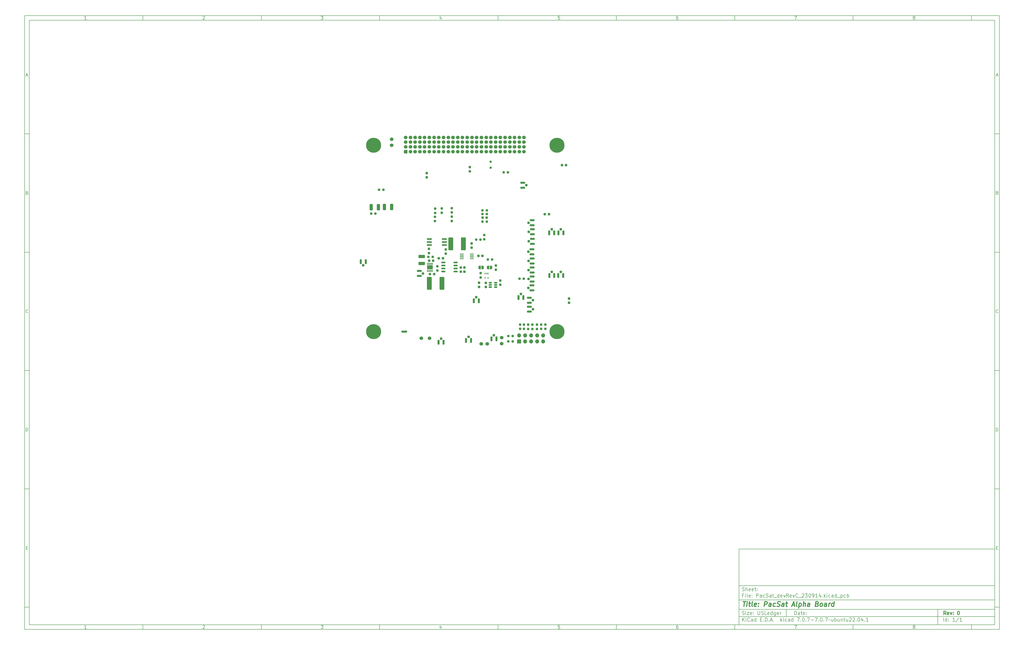
<source format=gbr>
%TF.GenerationSoftware,KiCad,Pcbnew,7.0.7-7.0.7~ubuntu22.04.1*%
%TF.CreationDate,2023-09-14T20:21:40-05:00*%
%TF.ProjectId,PacSat_devRevC_230914,50616353-6174-45f6-9465-76526576435f,0*%
%TF.SameCoordinates,Original*%
%TF.FileFunction,Soldermask,Bot*%
%TF.FilePolarity,Negative*%
%FSLAX46Y46*%
G04 Gerber Fmt 4.6, Leading zero omitted, Abs format (unit mm)*
G04 Created by KiCad (PCBNEW 7.0.7-7.0.7~ubuntu22.04.1) date 2023-09-14 20:21:40*
%MOMM*%
%LPD*%
G01*
G04 APERTURE LIST*
G04 Aperture macros list*
%AMRoundRect*
0 Rectangle with rounded corners*
0 $1 Rounding radius*
0 $2 $3 $4 $5 $6 $7 $8 $9 X,Y pos of 4 corners*
0 Add a 4 corners polygon primitive as box body*
4,1,4,$2,$3,$4,$5,$6,$7,$8,$9,$2,$3,0*
0 Add four circle primitives for the rounded corners*
1,1,$1+$1,$2,$3*
1,1,$1+$1,$4,$5*
1,1,$1+$1,$6,$7*
1,1,$1+$1,$8,$9*
0 Add four rect primitives between the rounded corners*
20,1,$1+$1,$2,$3,$4,$5,0*
20,1,$1+$1,$4,$5,$6,$7,0*
20,1,$1+$1,$6,$7,$8,$9,0*
20,1,$1+$1,$8,$9,$2,$3,0*%
%AMFreePoly0*
4,1,19,0.500000,-0.750000,0.000000,-0.750000,0.000000,-0.744911,-0.071157,-0.744911,-0.207708,-0.704816,-0.327430,-0.627875,-0.420627,-0.520320,-0.479746,-0.390866,-0.500000,-0.250000,-0.500000,0.250000,-0.479746,0.390866,-0.420627,0.520320,-0.327430,0.627875,-0.207708,0.704816,-0.071157,0.744911,0.000000,0.744911,0.000000,0.750000,0.500000,0.750000,0.500000,-0.750000,0.500000,-0.750000,
$1*%
%AMFreePoly1*
4,1,19,0.000000,0.744911,0.071157,0.744911,0.207708,0.704816,0.327430,0.627875,0.420627,0.520320,0.479746,0.390866,0.500000,0.250000,0.500000,-0.250000,0.479746,-0.390866,0.420627,-0.520320,0.327430,-0.627875,0.207708,-0.704816,0.071157,-0.744911,0.000000,-0.744911,0.000000,-0.750000,-0.500000,-0.750000,-0.500000,0.750000,0.000000,0.750000,0.000000,0.744911,0.000000,0.744911,
$1*%
G04 Aperture macros list end*
%ADD10C,0.100000*%
%ADD11C,0.150000*%
%ADD12C,0.300000*%
%ADD13C,0.400000*%
%ADD14C,1.524000*%
%ADD15C,6.350000*%
%ADD16RoundRect,0.290840X-0.471160X-0.471160X0.471160X-0.471160X0.471160X0.471160X-0.471160X0.471160X0*%
%ADD17O,2.540000X0.889000*%
%ADD18C,1.000000*%
%ADD19R,1.700000X1.700000*%
%ADD20O,1.700000X1.700000*%
%ADD21RoundRect,0.237500X-0.250000X-0.237500X0.250000X-0.237500X0.250000X0.237500X-0.250000X0.237500X0*%
%ADD22RoundRect,0.237500X-0.237500X0.250000X-0.237500X-0.250000X0.237500X-0.250000X0.237500X0.250000X0*%
%ADD23RoundRect,0.150000X-0.512500X-0.150000X0.512500X-0.150000X0.512500X0.150000X-0.512500X0.150000X0*%
%ADD24RoundRect,0.254000X0.254000X-0.254000X0.254000X0.254000X-0.254000X0.254000X-0.254000X-0.254000X0*%
%ADD25RoundRect,0.200000X0.200000X-0.800000X0.200000X0.800000X-0.200000X0.800000X-0.200000X-0.800000X0*%
%ADD26RoundRect,0.249999X-0.737501X-2.450001X0.737501X-2.450001X0.737501X2.450001X-0.737501X2.450001X0*%
%ADD27RoundRect,0.150000X0.725000X0.150000X-0.725000X0.150000X-0.725000X-0.150000X0.725000X-0.150000X0*%
%ADD28RoundRect,0.237500X-0.300000X-0.237500X0.300000X-0.237500X0.300000X0.237500X-0.300000X0.237500X0*%
%ADD29RoundRect,0.254000X0.254000X0.254000X-0.254000X0.254000X-0.254000X-0.254000X0.254000X-0.254000X0*%
%ADD30RoundRect,0.200000X0.800000X0.200000X-0.800000X0.200000X-0.800000X-0.200000X0.800000X-0.200000X0*%
%ADD31RoundRect,0.237500X-0.237500X0.300000X-0.237500X-0.300000X0.237500X-0.300000X0.237500X0.300000X0*%
%ADD32RoundRect,0.237500X0.250000X0.237500X-0.250000X0.237500X-0.250000X-0.237500X0.250000X-0.237500X0*%
%ADD33RoundRect,0.237500X0.300000X0.237500X-0.300000X0.237500X-0.300000X-0.237500X0.300000X-0.237500X0*%
%ADD34RoundRect,0.249999X0.737501X2.450001X-0.737501X2.450001X-0.737501X-2.450001X0.737501X-2.450001X0*%
%ADD35FreePoly0,180.000000*%
%ADD36FreePoly1,180.000000*%
%ADD37RoundRect,0.254000X-0.254000X0.254000X-0.254000X-0.254000X0.254000X-0.254000X0.254000X0.254000X0*%
%ADD38RoundRect,0.200000X-0.200000X0.800000X-0.200000X-0.800000X0.200000X-0.800000X0.200000X0.800000X0*%
%ADD39RoundRect,0.237500X0.237500X-0.250000X0.237500X0.250000X-0.237500X0.250000X-0.237500X-0.250000X0*%
%ADD40RoundRect,0.237500X0.237500X-0.300000X0.237500X0.300000X-0.237500X0.300000X-0.237500X-0.300000X0*%
%ADD41RoundRect,0.100000X0.712500X0.100000X-0.712500X0.100000X-0.712500X-0.100000X0.712500X-0.100000X0*%
%ADD42RoundRect,0.254000X-0.254000X-0.254000X0.254000X-0.254000X0.254000X0.254000X-0.254000X0.254000X0*%
%ADD43RoundRect,0.200000X-0.800000X-0.200000X0.800000X-0.200000X0.800000X0.200000X-0.800000X0.200000X0*%
%ADD44RoundRect,0.250001X-1.074999X0.462499X-1.074999X-0.462499X1.074999X-0.462499X1.074999X0.462499X0*%
%ADD45R,0.400000X0.650000*%
%ADD46RoundRect,0.250000X0.400000X1.075000X-0.400000X1.075000X-0.400000X-1.075000X0.400000X-1.075000X0*%
%ADD47R,2.000000X0.640000*%
%ADD48RoundRect,0.050000X1.175000X-0.790000X1.175000X0.790000X-1.175000X0.790000X-1.175000X-0.790000X0*%
%ADD49RoundRect,0.050000X0.150000X-0.350000X0.150000X0.350000X-0.150000X0.350000X-0.150000X-0.350000X0*%
G04 APERTURE END LIST*
D10*
D11*
X311800000Y-235400000D02*
X419800000Y-235400000D01*
X419800000Y-267400000D01*
X311800000Y-267400000D01*
X311800000Y-235400000D01*
D10*
D11*
X10000000Y-10000000D02*
X421800000Y-10000000D01*
X421800000Y-269400000D01*
X10000000Y-269400000D01*
X10000000Y-10000000D01*
D10*
D11*
X12000000Y-12000000D02*
X419800000Y-12000000D01*
X419800000Y-267400000D01*
X12000000Y-267400000D01*
X12000000Y-12000000D01*
D10*
D11*
X60000000Y-12000000D02*
X60000000Y-10000000D01*
D10*
D11*
X110000000Y-12000000D02*
X110000000Y-10000000D01*
D10*
D11*
X160000000Y-12000000D02*
X160000000Y-10000000D01*
D10*
D11*
X210000000Y-12000000D02*
X210000000Y-10000000D01*
D10*
D11*
X260000000Y-12000000D02*
X260000000Y-10000000D01*
D10*
D11*
X310000000Y-12000000D02*
X310000000Y-10000000D01*
D10*
D11*
X360000000Y-12000000D02*
X360000000Y-10000000D01*
D10*
D11*
X410000000Y-12000000D02*
X410000000Y-10000000D01*
D10*
D11*
X36089160Y-11593604D02*
X35346303Y-11593604D01*
X35717731Y-11593604D02*
X35717731Y-10293604D01*
X35717731Y-10293604D02*
X35593922Y-10479319D01*
X35593922Y-10479319D02*
X35470112Y-10603128D01*
X35470112Y-10603128D02*
X35346303Y-10665033D01*
D10*
D11*
X85346303Y-10417414D02*
X85408207Y-10355509D01*
X85408207Y-10355509D02*
X85532017Y-10293604D01*
X85532017Y-10293604D02*
X85841541Y-10293604D01*
X85841541Y-10293604D02*
X85965350Y-10355509D01*
X85965350Y-10355509D02*
X86027255Y-10417414D01*
X86027255Y-10417414D02*
X86089160Y-10541223D01*
X86089160Y-10541223D02*
X86089160Y-10665033D01*
X86089160Y-10665033D02*
X86027255Y-10850747D01*
X86027255Y-10850747D02*
X85284398Y-11593604D01*
X85284398Y-11593604D02*
X86089160Y-11593604D01*
D10*
D11*
X135284398Y-10293604D02*
X136089160Y-10293604D01*
X136089160Y-10293604D02*
X135655826Y-10788842D01*
X135655826Y-10788842D02*
X135841541Y-10788842D01*
X135841541Y-10788842D02*
X135965350Y-10850747D01*
X135965350Y-10850747D02*
X136027255Y-10912652D01*
X136027255Y-10912652D02*
X136089160Y-11036461D01*
X136089160Y-11036461D02*
X136089160Y-11345985D01*
X136089160Y-11345985D02*
X136027255Y-11469795D01*
X136027255Y-11469795D02*
X135965350Y-11531700D01*
X135965350Y-11531700D02*
X135841541Y-11593604D01*
X135841541Y-11593604D02*
X135470112Y-11593604D01*
X135470112Y-11593604D02*
X135346303Y-11531700D01*
X135346303Y-11531700D02*
X135284398Y-11469795D01*
D10*
D11*
X185965350Y-10726938D02*
X185965350Y-11593604D01*
X185655826Y-10231700D02*
X185346303Y-11160271D01*
X185346303Y-11160271D02*
X186151064Y-11160271D01*
D10*
D11*
X236027255Y-10293604D02*
X235408207Y-10293604D01*
X235408207Y-10293604D02*
X235346303Y-10912652D01*
X235346303Y-10912652D02*
X235408207Y-10850747D01*
X235408207Y-10850747D02*
X235532017Y-10788842D01*
X235532017Y-10788842D02*
X235841541Y-10788842D01*
X235841541Y-10788842D02*
X235965350Y-10850747D01*
X235965350Y-10850747D02*
X236027255Y-10912652D01*
X236027255Y-10912652D02*
X236089160Y-11036461D01*
X236089160Y-11036461D02*
X236089160Y-11345985D01*
X236089160Y-11345985D02*
X236027255Y-11469795D01*
X236027255Y-11469795D02*
X235965350Y-11531700D01*
X235965350Y-11531700D02*
X235841541Y-11593604D01*
X235841541Y-11593604D02*
X235532017Y-11593604D01*
X235532017Y-11593604D02*
X235408207Y-11531700D01*
X235408207Y-11531700D02*
X235346303Y-11469795D01*
D10*
D11*
X285965350Y-10293604D02*
X285717731Y-10293604D01*
X285717731Y-10293604D02*
X285593922Y-10355509D01*
X285593922Y-10355509D02*
X285532017Y-10417414D01*
X285532017Y-10417414D02*
X285408207Y-10603128D01*
X285408207Y-10603128D02*
X285346303Y-10850747D01*
X285346303Y-10850747D02*
X285346303Y-11345985D01*
X285346303Y-11345985D02*
X285408207Y-11469795D01*
X285408207Y-11469795D02*
X285470112Y-11531700D01*
X285470112Y-11531700D02*
X285593922Y-11593604D01*
X285593922Y-11593604D02*
X285841541Y-11593604D01*
X285841541Y-11593604D02*
X285965350Y-11531700D01*
X285965350Y-11531700D02*
X286027255Y-11469795D01*
X286027255Y-11469795D02*
X286089160Y-11345985D01*
X286089160Y-11345985D02*
X286089160Y-11036461D01*
X286089160Y-11036461D02*
X286027255Y-10912652D01*
X286027255Y-10912652D02*
X285965350Y-10850747D01*
X285965350Y-10850747D02*
X285841541Y-10788842D01*
X285841541Y-10788842D02*
X285593922Y-10788842D01*
X285593922Y-10788842D02*
X285470112Y-10850747D01*
X285470112Y-10850747D02*
X285408207Y-10912652D01*
X285408207Y-10912652D02*
X285346303Y-11036461D01*
D10*
D11*
X335284398Y-10293604D02*
X336151064Y-10293604D01*
X336151064Y-10293604D02*
X335593922Y-11593604D01*
D10*
D11*
X385593922Y-10850747D02*
X385470112Y-10788842D01*
X385470112Y-10788842D02*
X385408207Y-10726938D01*
X385408207Y-10726938D02*
X385346303Y-10603128D01*
X385346303Y-10603128D02*
X385346303Y-10541223D01*
X385346303Y-10541223D02*
X385408207Y-10417414D01*
X385408207Y-10417414D02*
X385470112Y-10355509D01*
X385470112Y-10355509D02*
X385593922Y-10293604D01*
X385593922Y-10293604D02*
X385841541Y-10293604D01*
X385841541Y-10293604D02*
X385965350Y-10355509D01*
X385965350Y-10355509D02*
X386027255Y-10417414D01*
X386027255Y-10417414D02*
X386089160Y-10541223D01*
X386089160Y-10541223D02*
X386089160Y-10603128D01*
X386089160Y-10603128D02*
X386027255Y-10726938D01*
X386027255Y-10726938D02*
X385965350Y-10788842D01*
X385965350Y-10788842D02*
X385841541Y-10850747D01*
X385841541Y-10850747D02*
X385593922Y-10850747D01*
X385593922Y-10850747D02*
X385470112Y-10912652D01*
X385470112Y-10912652D02*
X385408207Y-10974557D01*
X385408207Y-10974557D02*
X385346303Y-11098366D01*
X385346303Y-11098366D02*
X385346303Y-11345985D01*
X385346303Y-11345985D02*
X385408207Y-11469795D01*
X385408207Y-11469795D02*
X385470112Y-11531700D01*
X385470112Y-11531700D02*
X385593922Y-11593604D01*
X385593922Y-11593604D02*
X385841541Y-11593604D01*
X385841541Y-11593604D02*
X385965350Y-11531700D01*
X385965350Y-11531700D02*
X386027255Y-11469795D01*
X386027255Y-11469795D02*
X386089160Y-11345985D01*
X386089160Y-11345985D02*
X386089160Y-11098366D01*
X386089160Y-11098366D02*
X386027255Y-10974557D01*
X386027255Y-10974557D02*
X385965350Y-10912652D01*
X385965350Y-10912652D02*
X385841541Y-10850747D01*
D10*
D11*
X60000000Y-267400000D02*
X60000000Y-269400000D01*
D10*
D11*
X110000000Y-267400000D02*
X110000000Y-269400000D01*
D10*
D11*
X160000000Y-267400000D02*
X160000000Y-269400000D01*
D10*
D11*
X210000000Y-267400000D02*
X210000000Y-269400000D01*
D10*
D11*
X260000000Y-267400000D02*
X260000000Y-269400000D01*
D10*
D11*
X310000000Y-267400000D02*
X310000000Y-269400000D01*
D10*
D11*
X360000000Y-267400000D02*
X360000000Y-269400000D01*
D10*
D11*
X410000000Y-267400000D02*
X410000000Y-269400000D01*
D10*
D11*
X36089160Y-268993604D02*
X35346303Y-268993604D01*
X35717731Y-268993604D02*
X35717731Y-267693604D01*
X35717731Y-267693604D02*
X35593922Y-267879319D01*
X35593922Y-267879319D02*
X35470112Y-268003128D01*
X35470112Y-268003128D02*
X35346303Y-268065033D01*
D10*
D11*
X85346303Y-267817414D02*
X85408207Y-267755509D01*
X85408207Y-267755509D02*
X85532017Y-267693604D01*
X85532017Y-267693604D02*
X85841541Y-267693604D01*
X85841541Y-267693604D02*
X85965350Y-267755509D01*
X85965350Y-267755509D02*
X86027255Y-267817414D01*
X86027255Y-267817414D02*
X86089160Y-267941223D01*
X86089160Y-267941223D02*
X86089160Y-268065033D01*
X86089160Y-268065033D02*
X86027255Y-268250747D01*
X86027255Y-268250747D02*
X85284398Y-268993604D01*
X85284398Y-268993604D02*
X86089160Y-268993604D01*
D10*
D11*
X135284398Y-267693604D02*
X136089160Y-267693604D01*
X136089160Y-267693604D02*
X135655826Y-268188842D01*
X135655826Y-268188842D02*
X135841541Y-268188842D01*
X135841541Y-268188842D02*
X135965350Y-268250747D01*
X135965350Y-268250747D02*
X136027255Y-268312652D01*
X136027255Y-268312652D02*
X136089160Y-268436461D01*
X136089160Y-268436461D02*
X136089160Y-268745985D01*
X136089160Y-268745985D02*
X136027255Y-268869795D01*
X136027255Y-268869795D02*
X135965350Y-268931700D01*
X135965350Y-268931700D02*
X135841541Y-268993604D01*
X135841541Y-268993604D02*
X135470112Y-268993604D01*
X135470112Y-268993604D02*
X135346303Y-268931700D01*
X135346303Y-268931700D02*
X135284398Y-268869795D01*
D10*
D11*
X185965350Y-268126938D02*
X185965350Y-268993604D01*
X185655826Y-267631700D02*
X185346303Y-268560271D01*
X185346303Y-268560271D02*
X186151064Y-268560271D01*
D10*
D11*
X236027255Y-267693604D02*
X235408207Y-267693604D01*
X235408207Y-267693604D02*
X235346303Y-268312652D01*
X235346303Y-268312652D02*
X235408207Y-268250747D01*
X235408207Y-268250747D02*
X235532017Y-268188842D01*
X235532017Y-268188842D02*
X235841541Y-268188842D01*
X235841541Y-268188842D02*
X235965350Y-268250747D01*
X235965350Y-268250747D02*
X236027255Y-268312652D01*
X236027255Y-268312652D02*
X236089160Y-268436461D01*
X236089160Y-268436461D02*
X236089160Y-268745985D01*
X236089160Y-268745985D02*
X236027255Y-268869795D01*
X236027255Y-268869795D02*
X235965350Y-268931700D01*
X235965350Y-268931700D02*
X235841541Y-268993604D01*
X235841541Y-268993604D02*
X235532017Y-268993604D01*
X235532017Y-268993604D02*
X235408207Y-268931700D01*
X235408207Y-268931700D02*
X235346303Y-268869795D01*
D10*
D11*
X285965350Y-267693604D02*
X285717731Y-267693604D01*
X285717731Y-267693604D02*
X285593922Y-267755509D01*
X285593922Y-267755509D02*
X285532017Y-267817414D01*
X285532017Y-267817414D02*
X285408207Y-268003128D01*
X285408207Y-268003128D02*
X285346303Y-268250747D01*
X285346303Y-268250747D02*
X285346303Y-268745985D01*
X285346303Y-268745985D02*
X285408207Y-268869795D01*
X285408207Y-268869795D02*
X285470112Y-268931700D01*
X285470112Y-268931700D02*
X285593922Y-268993604D01*
X285593922Y-268993604D02*
X285841541Y-268993604D01*
X285841541Y-268993604D02*
X285965350Y-268931700D01*
X285965350Y-268931700D02*
X286027255Y-268869795D01*
X286027255Y-268869795D02*
X286089160Y-268745985D01*
X286089160Y-268745985D02*
X286089160Y-268436461D01*
X286089160Y-268436461D02*
X286027255Y-268312652D01*
X286027255Y-268312652D02*
X285965350Y-268250747D01*
X285965350Y-268250747D02*
X285841541Y-268188842D01*
X285841541Y-268188842D02*
X285593922Y-268188842D01*
X285593922Y-268188842D02*
X285470112Y-268250747D01*
X285470112Y-268250747D02*
X285408207Y-268312652D01*
X285408207Y-268312652D02*
X285346303Y-268436461D01*
D10*
D11*
X335284398Y-267693604D02*
X336151064Y-267693604D01*
X336151064Y-267693604D02*
X335593922Y-268993604D01*
D10*
D11*
X385593922Y-268250747D02*
X385470112Y-268188842D01*
X385470112Y-268188842D02*
X385408207Y-268126938D01*
X385408207Y-268126938D02*
X385346303Y-268003128D01*
X385346303Y-268003128D02*
X385346303Y-267941223D01*
X385346303Y-267941223D02*
X385408207Y-267817414D01*
X385408207Y-267817414D02*
X385470112Y-267755509D01*
X385470112Y-267755509D02*
X385593922Y-267693604D01*
X385593922Y-267693604D02*
X385841541Y-267693604D01*
X385841541Y-267693604D02*
X385965350Y-267755509D01*
X385965350Y-267755509D02*
X386027255Y-267817414D01*
X386027255Y-267817414D02*
X386089160Y-267941223D01*
X386089160Y-267941223D02*
X386089160Y-268003128D01*
X386089160Y-268003128D02*
X386027255Y-268126938D01*
X386027255Y-268126938D02*
X385965350Y-268188842D01*
X385965350Y-268188842D02*
X385841541Y-268250747D01*
X385841541Y-268250747D02*
X385593922Y-268250747D01*
X385593922Y-268250747D02*
X385470112Y-268312652D01*
X385470112Y-268312652D02*
X385408207Y-268374557D01*
X385408207Y-268374557D02*
X385346303Y-268498366D01*
X385346303Y-268498366D02*
X385346303Y-268745985D01*
X385346303Y-268745985D02*
X385408207Y-268869795D01*
X385408207Y-268869795D02*
X385470112Y-268931700D01*
X385470112Y-268931700D02*
X385593922Y-268993604D01*
X385593922Y-268993604D02*
X385841541Y-268993604D01*
X385841541Y-268993604D02*
X385965350Y-268931700D01*
X385965350Y-268931700D02*
X386027255Y-268869795D01*
X386027255Y-268869795D02*
X386089160Y-268745985D01*
X386089160Y-268745985D02*
X386089160Y-268498366D01*
X386089160Y-268498366D02*
X386027255Y-268374557D01*
X386027255Y-268374557D02*
X385965350Y-268312652D01*
X385965350Y-268312652D02*
X385841541Y-268250747D01*
D10*
D11*
X10000000Y-60000000D02*
X12000000Y-60000000D01*
D10*
D11*
X10000000Y-110000000D02*
X12000000Y-110000000D01*
D10*
D11*
X10000000Y-160000000D02*
X12000000Y-160000000D01*
D10*
D11*
X10000000Y-210000000D02*
X12000000Y-210000000D01*
D10*
D11*
X10000000Y-260000000D02*
X12000000Y-260000000D01*
D10*
D11*
X10690476Y-35222176D02*
X11309523Y-35222176D01*
X10566666Y-35593604D02*
X10999999Y-34293604D01*
X10999999Y-34293604D02*
X11433333Y-35593604D01*
D10*
D11*
X11092857Y-84912652D02*
X11278571Y-84974557D01*
X11278571Y-84974557D02*
X11340476Y-85036461D01*
X11340476Y-85036461D02*
X11402380Y-85160271D01*
X11402380Y-85160271D02*
X11402380Y-85345985D01*
X11402380Y-85345985D02*
X11340476Y-85469795D01*
X11340476Y-85469795D02*
X11278571Y-85531700D01*
X11278571Y-85531700D02*
X11154761Y-85593604D01*
X11154761Y-85593604D02*
X10659523Y-85593604D01*
X10659523Y-85593604D02*
X10659523Y-84293604D01*
X10659523Y-84293604D02*
X11092857Y-84293604D01*
X11092857Y-84293604D02*
X11216666Y-84355509D01*
X11216666Y-84355509D02*
X11278571Y-84417414D01*
X11278571Y-84417414D02*
X11340476Y-84541223D01*
X11340476Y-84541223D02*
X11340476Y-84665033D01*
X11340476Y-84665033D02*
X11278571Y-84788842D01*
X11278571Y-84788842D02*
X11216666Y-84850747D01*
X11216666Y-84850747D02*
X11092857Y-84912652D01*
X11092857Y-84912652D02*
X10659523Y-84912652D01*
D10*
D11*
X11402380Y-135469795D02*
X11340476Y-135531700D01*
X11340476Y-135531700D02*
X11154761Y-135593604D01*
X11154761Y-135593604D02*
X11030952Y-135593604D01*
X11030952Y-135593604D02*
X10845238Y-135531700D01*
X10845238Y-135531700D02*
X10721428Y-135407890D01*
X10721428Y-135407890D02*
X10659523Y-135284080D01*
X10659523Y-135284080D02*
X10597619Y-135036461D01*
X10597619Y-135036461D02*
X10597619Y-134850747D01*
X10597619Y-134850747D02*
X10659523Y-134603128D01*
X10659523Y-134603128D02*
X10721428Y-134479319D01*
X10721428Y-134479319D02*
X10845238Y-134355509D01*
X10845238Y-134355509D02*
X11030952Y-134293604D01*
X11030952Y-134293604D02*
X11154761Y-134293604D01*
X11154761Y-134293604D02*
X11340476Y-134355509D01*
X11340476Y-134355509D02*
X11402380Y-134417414D01*
D10*
D11*
X10659523Y-185593604D02*
X10659523Y-184293604D01*
X10659523Y-184293604D02*
X10969047Y-184293604D01*
X10969047Y-184293604D02*
X11154761Y-184355509D01*
X11154761Y-184355509D02*
X11278571Y-184479319D01*
X11278571Y-184479319D02*
X11340476Y-184603128D01*
X11340476Y-184603128D02*
X11402380Y-184850747D01*
X11402380Y-184850747D02*
X11402380Y-185036461D01*
X11402380Y-185036461D02*
X11340476Y-185284080D01*
X11340476Y-185284080D02*
X11278571Y-185407890D01*
X11278571Y-185407890D02*
X11154761Y-185531700D01*
X11154761Y-185531700D02*
X10969047Y-185593604D01*
X10969047Y-185593604D02*
X10659523Y-185593604D01*
D10*
D11*
X10721428Y-234912652D02*
X11154762Y-234912652D01*
X11340476Y-235593604D02*
X10721428Y-235593604D01*
X10721428Y-235593604D02*
X10721428Y-234293604D01*
X10721428Y-234293604D02*
X11340476Y-234293604D01*
D10*
D11*
X421800000Y-60000000D02*
X419800000Y-60000000D01*
D10*
D11*
X421800000Y-110000000D02*
X419800000Y-110000000D01*
D10*
D11*
X421800000Y-160000000D02*
X419800000Y-160000000D01*
D10*
D11*
X421800000Y-210000000D02*
X419800000Y-210000000D01*
D10*
D11*
X421800000Y-260000000D02*
X419800000Y-260000000D01*
D10*
D11*
X420490476Y-35222176D02*
X421109523Y-35222176D01*
X420366666Y-35593604D02*
X420799999Y-34293604D01*
X420799999Y-34293604D02*
X421233333Y-35593604D01*
D10*
D11*
X420892857Y-84912652D02*
X421078571Y-84974557D01*
X421078571Y-84974557D02*
X421140476Y-85036461D01*
X421140476Y-85036461D02*
X421202380Y-85160271D01*
X421202380Y-85160271D02*
X421202380Y-85345985D01*
X421202380Y-85345985D02*
X421140476Y-85469795D01*
X421140476Y-85469795D02*
X421078571Y-85531700D01*
X421078571Y-85531700D02*
X420954761Y-85593604D01*
X420954761Y-85593604D02*
X420459523Y-85593604D01*
X420459523Y-85593604D02*
X420459523Y-84293604D01*
X420459523Y-84293604D02*
X420892857Y-84293604D01*
X420892857Y-84293604D02*
X421016666Y-84355509D01*
X421016666Y-84355509D02*
X421078571Y-84417414D01*
X421078571Y-84417414D02*
X421140476Y-84541223D01*
X421140476Y-84541223D02*
X421140476Y-84665033D01*
X421140476Y-84665033D02*
X421078571Y-84788842D01*
X421078571Y-84788842D02*
X421016666Y-84850747D01*
X421016666Y-84850747D02*
X420892857Y-84912652D01*
X420892857Y-84912652D02*
X420459523Y-84912652D01*
D10*
D11*
X421202380Y-135469795D02*
X421140476Y-135531700D01*
X421140476Y-135531700D02*
X420954761Y-135593604D01*
X420954761Y-135593604D02*
X420830952Y-135593604D01*
X420830952Y-135593604D02*
X420645238Y-135531700D01*
X420645238Y-135531700D02*
X420521428Y-135407890D01*
X420521428Y-135407890D02*
X420459523Y-135284080D01*
X420459523Y-135284080D02*
X420397619Y-135036461D01*
X420397619Y-135036461D02*
X420397619Y-134850747D01*
X420397619Y-134850747D02*
X420459523Y-134603128D01*
X420459523Y-134603128D02*
X420521428Y-134479319D01*
X420521428Y-134479319D02*
X420645238Y-134355509D01*
X420645238Y-134355509D02*
X420830952Y-134293604D01*
X420830952Y-134293604D02*
X420954761Y-134293604D01*
X420954761Y-134293604D02*
X421140476Y-134355509D01*
X421140476Y-134355509D02*
X421202380Y-134417414D01*
D10*
D11*
X420459523Y-185593604D02*
X420459523Y-184293604D01*
X420459523Y-184293604D02*
X420769047Y-184293604D01*
X420769047Y-184293604D02*
X420954761Y-184355509D01*
X420954761Y-184355509D02*
X421078571Y-184479319D01*
X421078571Y-184479319D02*
X421140476Y-184603128D01*
X421140476Y-184603128D02*
X421202380Y-184850747D01*
X421202380Y-184850747D02*
X421202380Y-185036461D01*
X421202380Y-185036461D02*
X421140476Y-185284080D01*
X421140476Y-185284080D02*
X421078571Y-185407890D01*
X421078571Y-185407890D02*
X420954761Y-185531700D01*
X420954761Y-185531700D02*
X420769047Y-185593604D01*
X420769047Y-185593604D02*
X420459523Y-185593604D01*
D10*
D11*
X420521428Y-234912652D02*
X420954762Y-234912652D01*
X421140476Y-235593604D02*
X420521428Y-235593604D01*
X420521428Y-235593604D02*
X420521428Y-234293604D01*
X420521428Y-234293604D02*
X421140476Y-234293604D01*
D10*
D11*
X335255826Y-263186128D02*
X335255826Y-261686128D01*
X335255826Y-261686128D02*
X335612969Y-261686128D01*
X335612969Y-261686128D02*
X335827255Y-261757557D01*
X335827255Y-261757557D02*
X335970112Y-261900414D01*
X335970112Y-261900414D02*
X336041541Y-262043271D01*
X336041541Y-262043271D02*
X336112969Y-262328985D01*
X336112969Y-262328985D02*
X336112969Y-262543271D01*
X336112969Y-262543271D02*
X336041541Y-262828985D01*
X336041541Y-262828985D02*
X335970112Y-262971842D01*
X335970112Y-262971842D02*
X335827255Y-263114700D01*
X335827255Y-263114700D02*
X335612969Y-263186128D01*
X335612969Y-263186128D02*
X335255826Y-263186128D01*
X337398684Y-263186128D02*
X337398684Y-262400414D01*
X337398684Y-262400414D02*
X337327255Y-262257557D01*
X337327255Y-262257557D02*
X337184398Y-262186128D01*
X337184398Y-262186128D02*
X336898684Y-262186128D01*
X336898684Y-262186128D02*
X336755826Y-262257557D01*
X337398684Y-263114700D02*
X337255826Y-263186128D01*
X337255826Y-263186128D02*
X336898684Y-263186128D01*
X336898684Y-263186128D02*
X336755826Y-263114700D01*
X336755826Y-263114700D02*
X336684398Y-262971842D01*
X336684398Y-262971842D02*
X336684398Y-262828985D01*
X336684398Y-262828985D02*
X336755826Y-262686128D01*
X336755826Y-262686128D02*
X336898684Y-262614700D01*
X336898684Y-262614700D02*
X337255826Y-262614700D01*
X337255826Y-262614700D02*
X337398684Y-262543271D01*
X337898684Y-262186128D02*
X338470112Y-262186128D01*
X338112969Y-261686128D02*
X338112969Y-262971842D01*
X338112969Y-262971842D02*
X338184398Y-263114700D01*
X338184398Y-263114700D02*
X338327255Y-263186128D01*
X338327255Y-263186128D02*
X338470112Y-263186128D01*
X339541541Y-263114700D02*
X339398684Y-263186128D01*
X339398684Y-263186128D02*
X339112970Y-263186128D01*
X339112970Y-263186128D02*
X338970112Y-263114700D01*
X338970112Y-263114700D02*
X338898684Y-262971842D01*
X338898684Y-262971842D02*
X338898684Y-262400414D01*
X338898684Y-262400414D02*
X338970112Y-262257557D01*
X338970112Y-262257557D02*
X339112970Y-262186128D01*
X339112970Y-262186128D02*
X339398684Y-262186128D01*
X339398684Y-262186128D02*
X339541541Y-262257557D01*
X339541541Y-262257557D02*
X339612970Y-262400414D01*
X339612970Y-262400414D02*
X339612970Y-262543271D01*
X339612970Y-262543271D02*
X338898684Y-262686128D01*
X340255826Y-263043271D02*
X340327255Y-263114700D01*
X340327255Y-263114700D02*
X340255826Y-263186128D01*
X340255826Y-263186128D02*
X340184398Y-263114700D01*
X340184398Y-263114700D02*
X340255826Y-263043271D01*
X340255826Y-263043271D02*
X340255826Y-263186128D01*
X340255826Y-262257557D02*
X340327255Y-262328985D01*
X340327255Y-262328985D02*
X340255826Y-262400414D01*
X340255826Y-262400414D02*
X340184398Y-262328985D01*
X340184398Y-262328985D02*
X340255826Y-262257557D01*
X340255826Y-262257557D02*
X340255826Y-262400414D01*
D10*
D11*
X311800000Y-263900000D02*
X419800000Y-263900000D01*
D10*
D11*
X313255826Y-265986128D02*
X313255826Y-264486128D01*
X314112969Y-265986128D02*
X313470112Y-265128985D01*
X314112969Y-264486128D02*
X313255826Y-265343271D01*
X314755826Y-265986128D02*
X314755826Y-264986128D01*
X314755826Y-264486128D02*
X314684398Y-264557557D01*
X314684398Y-264557557D02*
X314755826Y-264628985D01*
X314755826Y-264628985D02*
X314827255Y-264557557D01*
X314827255Y-264557557D02*
X314755826Y-264486128D01*
X314755826Y-264486128D02*
X314755826Y-264628985D01*
X316327255Y-265843271D02*
X316255827Y-265914700D01*
X316255827Y-265914700D02*
X316041541Y-265986128D01*
X316041541Y-265986128D02*
X315898684Y-265986128D01*
X315898684Y-265986128D02*
X315684398Y-265914700D01*
X315684398Y-265914700D02*
X315541541Y-265771842D01*
X315541541Y-265771842D02*
X315470112Y-265628985D01*
X315470112Y-265628985D02*
X315398684Y-265343271D01*
X315398684Y-265343271D02*
X315398684Y-265128985D01*
X315398684Y-265128985D02*
X315470112Y-264843271D01*
X315470112Y-264843271D02*
X315541541Y-264700414D01*
X315541541Y-264700414D02*
X315684398Y-264557557D01*
X315684398Y-264557557D02*
X315898684Y-264486128D01*
X315898684Y-264486128D02*
X316041541Y-264486128D01*
X316041541Y-264486128D02*
X316255827Y-264557557D01*
X316255827Y-264557557D02*
X316327255Y-264628985D01*
X317612970Y-265986128D02*
X317612970Y-265200414D01*
X317612970Y-265200414D02*
X317541541Y-265057557D01*
X317541541Y-265057557D02*
X317398684Y-264986128D01*
X317398684Y-264986128D02*
X317112970Y-264986128D01*
X317112970Y-264986128D02*
X316970112Y-265057557D01*
X317612970Y-265914700D02*
X317470112Y-265986128D01*
X317470112Y-265986128D02*
X317112970Y-265986128D01*
X317112970Y-265986128D02*
X316970112Y-265914700D01*
X316970112Y-265914700D02*
X316898684Y-265771842D01*
X316898684Y-265771842D02*
X316898684Y-265628985D01*
X316898684Y-265628985D02*
X316970112Y-265486128D01*
X316970112Y-265486128D02*
X317112970Y-265414700D01*
X317112970Y-265414700D02*
X317470112Y-265414700D01*
X317470112Y-265414700D02*
X317612970Y-265343271D01*
X318970113Y-265986128D02*
X318970113Y-264486128D01*
X318970113Y-265914700D02*
X318827255Y-265986128D01*
X318827255Y-265986128D02*
X318541541Y-265986128D01*
X318541541Y-265986128D02*
X318398684Y-265914700D01*
X318398684Y-265914700D02*
X318327255Y-265843271D01*
X318327255Y-265843271D02*
X318255827Y-265700414D01*
X318255827Y-265700414D02*
X318255827Y-265271842D01*
X318255827Y-265271842D02*
X318327255Y-265128985D01*
X318327255Y-265128985D02*
X318398684Y-265057557D01*
X318398684Y-265057557D02*
X318541541Y-264986128D01*
X318541541Y-264986128D02*
X318827255Y-264986128D01*
X318827255Y-264986128D02*
X318970113Y-265057557D01*
X320827255Y-265200414D02*
X321327255Y-265200414D01*
X321541541Y-265986128D02*
X320827255Y-265986128D01*
X320827255Y-265986128D02*
X320827255Y-264486128D01*
X320827255Y-264486128D02*
X321541541Y-264486128D01*
X322184398Y-265843271D02*
X322255827Y-265914700D01*
X322255827Y-265914700D02*
X322184398Y-265986128D01*
X322184398Y-265986128D02*
X322112970Y-265914700D01*
X322112970Y-265914700D02*
X322184398Y-265843271D01*
X322184398Y-265843271D02*
X322184398Y-265986128D01*
X322898684Y-265986128D02*
X322898684Y-264486128D01*
X322898684Y-264486128D02*
X323255827Y-264486128D01*
X323255827Y-264486128D02*
X323470113Y-264557557D01*
X323470113Y-264557557D02*
X323612970Y-264700414D01*
X323612970Y-264700414D02*
X323684399Y-264843271D01*
X323684399Y-264843271D02*
X323755827Y-265128985D01*
X323755827Y-265128985D02*
X323755827Y-265343271D01*
X323755827Y-265343271D02*
X323684399Y-265628985D01*
X323684399Y-265628985D02*
X323612970Y-265771842D01*
X323612970Y-265771842D02*
X323470113Y-265914700D01*
X323470113Y-265914700D02*
X323255827Y-265986128D01*
X323255827Y-265986128D02*
X322898684Y-265986128D01*
X324398684Y-265843271D02*
X324470113Y-265914700D01*
X324470113Y-265914700D02*
X324398684Y-265986128D01*
X324398684Y-265986128D02*
X324327256Y-265914700D01*
X324327256Y-265914700D02*
X324398684Y-265843271D01*
X324398684Y-265843271D02*
X324398684Y-265986128D01*
X325041542Y-265557557D02*
X325755828Y-265557557D01*
X324898685Y-265986128D02*
X325398685Y-264486128D01*
X325398685Y-264486128D02*
X325898685Y-265986128D01*
X326398684Y-265843271D02*
X326470113Y-265914700D01*
X326470113Y-265914700D02*
X326398684Y-265986128D01*
X326398684Y-265986128D02*
X326327256Y-265914700D01*
X326327256Y-265914700D02*
X326398684Y-265843271D01*
X326398684Y-265843271D02*
X326398684Y-265986128D01*
X329398684Y-265986128D02*
X329398684Y-264486128D01*
X329541542Y-265414700D02*
X329970113Y-265986128D01*
X329970113Y-264986128D02*
X329398684Y-265557557D01*
X330612970Y-265986128D02*
X330612970Y-264986128D01*
X330612970Y-264486128D02*
X330541542Y-264557557D01*
X330541542Y-264557557D02*
X330612970Y-264628985D01*
X330612970Y-264628985D02*
X330684399Y-264557557D01*
X330684399Y-264557557D02*
X330612970Y-264486128D01*
X330612970Y-264486128D02*
X330612970Y-264628985D01*
X331970114Y-265914700D02*
X331827256Y-265986128D01*
X331827256Y-265986128D02*
X331541542Y-265986128D01*
X331541542Y-265986128D02*
X331398685Y-265914700D01*
X331398685Y-265914700D02*
X331327256Y-265843271D01*
X331327256Y-265843271D02*
X331255828Y-265700414D01*
X331255828Y-265700414D02*
X331255828Y-265271842D01*
X331255828Y-265271842D02*
X331327256Y-265128985D01*
X331327256Y-265128985D02*
X331398685Y-265057557D01*
X331398685Y-265057557D02*
X331541542Y-264986128D01*
X331541542Y-264986128D02*
X331827256Y-264986128D01*
X331827256Y-264986128D02*
X331970114Y-265057557D01*
X333255828Y-265986128D02*
X333255828Y-265200414D01*
X333255828Y-265200414D02*
X333184399Y-265057557D01*
X333184399Y-265057557D02*
X333041542Y-264986128D01*
X333041542Y-264986128D02*
X332755828Y-264986128D01*
X332755828Y-264986128D02*
X332612970Y-265057557D01*
X333255828Y-265914700D02*
X333112970Y-265986128D01*
X333112970Y-265986128D02*
X332755828Y-265986128D01*
X332755828Y-265986128D02*
X332612970Y-265914700D01*
X332612970Y-265914700D02*
X332541542Y-265771842D01*
X332541542Y-265771842D02*
X332541542Y-265628985D01*
X332541542Y-265628985D02*
X332612970Y-265486128D01*
X332612970Y-265486128D02*
X332755828Y-265414700D01*
X332755828Y-265414700D02*
X333112970Y-265414700D01*
X333112970Y-265414700D02*
X333255828Y-265343271D01*
X334612971Y-265986128D02*
X334612971Y-264486128D01*
X334612971Y-265914700D02*
X334470113Y-265986128D01*
X334470113Y-265986128D02*
X334184399Y-265986128D01*
X334184399Y-265986128D02*
X334041542Y-265914700D01*
X334041542Y-265914700D02*
X333970113Y-265843271D01*
X333970113Y-265843271D02*
X333898685Y-265700414D01*
X333898685Y-265700414D02*
X333898685Y-265271842D01*
X333898685Y-265271842D02*
X333970113Y-265128985D01*
X333970113Y-265128985D02*
X334041542Y-265057557D01*
X334041542Y-265057557D02*
X334184399Y-264986128D01*
X334184399Y-264986128D02*
X334470113Y-264986128D01*
X334470113Y-264986128D02*
X334612971Y-265057557D01*
X336327256Y-264486128D02*
X337327256Y-264486128D01*
X337327256Y-264486128D02*
X336684399Y-265986128D01*
X337898684Y-265843271D02*
X337970113Y-265914700D01*
X337970113Y-265914700D02*
X337898684Y-265986128D01*
X337898684Y-265986128D02*
X337827256Y-265914700D01*
X337827256Y-265914700D02*
X337898684Y-265843271D01*
X337898684Y-265843271D02*
X337898684Y-265986128D01*
X338898685Y-264486128D02*
X339041542Y-264486128D01*
X339041542Y-264486128D02*
X339184399Y-264557557D01*
X339184399Y-264557557D02*
X339255828Y-264628985D01*
X339255828Y-264628985D02*
X339327256Y-264771842D01*
X339327256Y-264771842D02*
X339398685Y-265057557D01*
X339398685Y-265057557D02*
X339398685Y-265414700D01*
X339398685Y-265414700D02*
X339327256Y-265700414D01*
X339327256Y-265700414D02*
X339255828Y-265843271D01*
X339255828Y-265843271D02*
X339184399Y-265914700D01*
X339184399Y-265914700D02*
X339041542Y-265986128D01*
X339041542Y-265986128D02*
X338898685Y-265986128D01*
X338898685Y-265986128D02*
X338755828Y-265914700D01*
X338755828Y-265914700D02*
X338684399Y-265843271D01*
X338684399Y-265843271D02*
X338612970Y-265700414D01*
X338612970Y-265700414D02*
X338541542Y-265414700D01*
X338541542Y-265414700D02*
X338541542Y-265057557D01*
X338541542Y-265057557D02*
X338612970Y-264771842D01*
X338612970Y-264771842D02*
X338684399Y-264628985D01*
X338684399Y-264628985D02*
X338755828Y-264557557D01*
X338755828Y-264557557D02*
X338898685Y-264486128D01*
X340041541Y-265843271D02*
X340112970Y-265914700D01*
X340112970Y-265914700D02*
X340041541Y-265986128D01*
X340041541Y-265986128D02*
X339970113Y-265914700D01*
X339970113Y-265914700D02*
X340041541Y-265843271D01*
X340041541Y-265843271D02*
X340041541Y-265986128D01*
X340612970Y-264486128D02*
X341612970Y-264486128D01*
X341612970Y-264486128D02*
X340970113Y-265986128D01*
X342184398Y-265414700D02*
X343327256Y-265414700D01*
X343898684Y-264486128D02*
X344898684Y-264486128D01*
X344898684Y-264486128D02*
X344255827Y-265986128D01*
X345470112Y-265843271D02*
X345541541Y-265914700D01*
X345541541Y-265914700D02*
X345470112Y-265986128D01*
X345470112Y-265986128D02*
X345398684Y-265914700D01*
X345398684Y-265914700D02*
X345470112Y-265843271D01*
X345470112Y-265843271D02*
X345470112Y-265986128D01*
X346470113Y-264486128D02*
X346612970Y-264486128D01*
X346612970Y-264486128D02*
X346755827Y-264557557D01*
X346755827Y-264557557D02*
X346827256Y-264628985D01*
X346827256Y-264628985D02*
X346898684Y-264771842D01*
X346898684Y-264771842D02*
X346970113Y-265057557D01*
X346970113Y-265057557D02*
X346970113Y-265414700D01*
X346970113Y-265414700D02*
X346898684Y-265700414D01*
X346898684Y-265700414D02*
X346827256Y-265843271D01*
X346827256Y-265843271D02*
X346755827Y-265914700D01*
X346755827Y-265914700D02*
X346612970Y-265986128D01*
X346612970Y-265986128D02*
X346470113Y-265986128D01*
X346470113Y-265986128D02*
X346327256Y-265914700D01*
X346327256Y-265914700D02*
X346255827Y-265843271D01*
X346255827Y-265843271D02*
X346184398Y-265700414D01*
X346184398Y-265700414D02*
X346112970Y-265414700D01*
X346112970Y-265414700D02*
X346112970Y-265057557D01*
X346112970Y-265057557D02*
X346184398Y-264771842D01*
X346184398Y-264771842D02*
X346255827Y-264628985D01*
X346255827Y-264628985D02*
X346327256Y-264557557D01*
X346327256Y-264557557D02*
X346470113Y-264486128D01*
X347612969Y-265843271D02*
X347684398Y-265914700D01*
X347684398Y-265914700D02*
X347612969Y-265986128D01*
X347612969Y-265986128D02*
X347541541Y-265914700D01*
X347541541Y-265914700D02*
X347612969Y-265843271D01*
X347612969Y-265843271D02*
X347612969Y-265986128D01*
X348184398Y-264486128D02*
X349184398Y-264486128D01*
X349184398Y-264486128D02*
X348541541Y-265986128D01*
X349541541Y-265414700D02*
X349612969Y-265343271D01*
X349612969Y-265343271D02*
X349755826Y-265271842D01*
X349755826Y-265271842D02*
X350041541Y-265414700D01*
X350041541Y-265414700D02*
X350184398Y-265343271D01*
X350184398Y-265343271D02*
X350255826Y-265271842D01*
X351470113Y-264986128D02*
X351470113Y-265986128D01*
X350827255Y-264986128D02*
X350827255Y-265771842D01*
X350827255Y-265771842D02*
X350898684Y-265914700D01*
X350898684Y-265914700D02*
X351041541Y-265986128D01*
X351041541Y-265986128D02*
X351255827Y-265986128D01*
X351255827Y-265986128D02*
X351398684Y-265914700D01*
X351398684Y-265914700D02*
X351470113Y-265843271D01*
X352184398Y-265986128D02*
X352184398Y-264486128D01*
X352184398Y-265057557D02*
X352327256Y-264986128D01*
X352327256Y-264986128D02*
X352612970Y-264986128D01*
X352612970Y-264986128D02*
X352755827Y-265057557D01*
X352755827Y-265057557D02*
X352827256Y-265128985D01*
X352827256Y-265128985D02*
X352898684Y-265271842D01*
X352898684Y-265271842D02*
X352898684Y-265700414D01*
X352898684Y-265700414D02*
X352827256Y-265843271D01*
X352827256Y-265843271D02*
X352755827Y-265914700D01*
X352755827Y-265914700D02*
X352612970Y-265986128D01*
X352612970Y-265986128D02*
X352327256Y-265986128D01*
X352327256Y-265986128D02*
X352184398Y-265914700D01*
X354184399Y-264986128D02*
X354184399Y-265986128D01*
X353541541Y-264986128D02*
X353541541Y-265771842D01*
X353541541Y-265771842D02*
X353612970Y-265914700D01*
X353612970Y-265914700D02*
X353755827Y-265986128D01*
X353755827Y-265986128D02*
X353970113Y-265986128D01*
X353970113Y-265986128D02*
X354112970Y-265914700D01*
X354112970Y-265914700D02*
X354184399Y-265843271D01*
X354898684Y-264986128D02*
X354898684Y-265986128D01*
X354898684Y-265128985D02*
X354970113Y-265057557D01*
X354970113Y-265057557D02*
X355112970Y-264986128D01*
X355112970Y-264986128D02*
X355327256Y-264986128D01*
X355327256Y-264986128D02*
X355470113Y-265057557D01*
X355470113Y-265057557D02*
X355541542Y-265200414D01*
X355541542Y-265200414D02*
X355541542Y-265986128D01*
X356041542Y-264986128D02*
X356612970Y-264986128D01*
X356255827Y-264486128D02*
X356255827Y-265771842D01*
X356255827Y-265771842D02*
X356327256Y-265914700D01*
X356327256Y-265914700D02*
X356470113Y-265986128D01*
X356470113Y-265986128D02*
X356612970Y-265986128D01*
X357755828Y-264986128D02*
X357755828Y-265986128D01*
X357112970Y-264986128D02*
X357112970Y-265771842D01*
X357112970Y-265771842D02*
X357184399Y-265914700D01*
X357184399Y-265914700D02*
X357327256Y-265986128D01*
X357327256Y-265986128D02*
X357541542Y-265986128D01*
X357541542Y-265986128D02*
X357684399Y-265914700D01*
X357684399Y-265914700D02*
X357755828Y-265843271D01*
X358398685Y-264628985D02*
X358470113Y-264557557D01*
X358470113Y-264557557D02*
X358612971Y-264486128D01*
X358612971Y-264486128D02*
X358970113Y-264486128D01*
X358970113Y-264486128D02*
X359112971Y-264557557D01*
X359112971Y-264557557D02*
X359184399Y-264628985D01*
X359184399Y-264628985D02*
X359255828Y-264771842D01*
X359255828Y-264771842D02*
X359255828Y-264914700D01*
X359255828Y-264914700D02*
X359184399Y-265128985D01*
X359184399Y-265128985D02*
X358327256Y-265986128D01*
X358327256Y-265986128D02*
X359255828Y-265986128D01*
X359827256Y-264628985D02*
X359898684Y-264557557D01*
X359898684Y-264557557D02*
X360041542Y-264486128D01*
X360041542Y-264486128D02*
X360398684Y-264486128D01*
X360398684Y-264486128D02*
X360541542Y-264557557D01*
X360541542Y-264557557D02*
X360612970Y-264628985D01*
X360612970Y-264628985D02*
X360684399Y-264771842D01*
X360684399Y-264771842D02*
X360684399Y-264914700D01*
X360684399Y-264914700D02*
X360612970Y-265128985D01*
X360612970Y-265128985D02*
X359755827Y-265986128D01*
X359755827Y-265986128D02*
X360684399Y-265986128D01*
X361327255Y-265843271D02*
X361398684Y-265914700D01*
X361398684Y-265914700D02*
X361327255Y-265986128D01*
X361327255Y-265986128D02*
X361255827Y-265914700D01*
X361255827Y-265914700D02*
X361327255Y-265843271D01*
X361327255Y-265843271D02*
X361327255Y-265986128D01*
X362327256Y-264486128D02*
X362470113Y-264486128D01*
X362470113Y-264486128D02*
X362612970Y-264557557D01*
X362612970Y-264557557D02*
X362684399Y-264628985D01*
X362684399Y-264628985D02*
X362755827Y-264771842D01*
X362755827Y-264771842D02*
X362827256Y-265057557D01*
X362827256Y-265057557D02*
X362827256Y-265414700D01*
X362827256Y-265414700D02*
X362755827Y-265700414D01*
X362755827Y-265700414D02*
X362684399Y-265843271D01*
X362684399Y-265843271D02*
X362612970Y-265914700D01*
X362612970Y-265914700D02*
X362470113Y-265986128D01*
X362470113Y-265986128D02*
X362327256Y-265986128D01*
X362327256Y-265986128D02*
X362184399Y-265914700D01*
X362184399Y-265914700D02*
X362112970Y-265843271D01*
X362112970Y-265843271D02*
X362041541Y-265700414D01*
X362041541Y-265700414D02*
X361970113Y-265414700D01*
X361970113Y-265414700D02*
X361970113Y-265057557D01*
X361970113Y-265057557D02*
X362041541Y-264771842D01*
X362041541Y-264771842D02*
X362112970Y-264628985D01*
X362112970Y-264628985D02*
X362184399Y-264557557D01*
X362184399Y-264557557D02*
X362327256Y-264486128D01*
X364112970Y-264986128D02*
X364112970Y-265986128D01*
X363755827Y-264414700D02*
X363398684Y-265486128D01*
X363398684Y-265486128D02*
X364327255Y-265486128D01*
X364898683Y-265843271D02*
X364970112Y-265914700D01*
X364970112Y-265914700D02*
X364898683Y-265986128D01*
X364898683Y-265986128D02*
X364827255Y-265914700D01*
X364827255Y-265914700D02*
X364898683Y-265843271D01*
X364898683Y-265843271D02*
X364898683Y-265986128D01*
X366398684Y-265986128D02*
X365541541Y-265986128D01*
X365970112Y-265986128D02*
X365970112Y-264486128D01*
X365970112Y-264486128D02*
X365827255Y-264700414D01*
X365827255Y-264700414D02*
X365684398Y-264843271D01*
X365684398Y-264843271D02*
X365541541Y-264914700D01*
D10*
D11*
X311800000Y-260900000D02*
X419800000Y-260900000D01*
D10*
D12*
X399211653Y-263178328D02*
X398711653Y-262464042D01*
X398354510Y-263178328D02*
X398354510Y-261678328D01*
X398354510Y-261678328D02*
X398925939Y-261678328D01*
X398925939Y-261678328D02*
X399068796Y-261749757D01*
X399068796Y-261749757D02*
X399140225Y-261821185D01*
X399140225Y-261821185D02*
X399211653Y-261964042D01*
X399211653Y-261964042D02*
X399211653Y-262178328D01*
X399211653Y-262178328D02*
X399140225Y-262321185D01*
X399140225Y-262321185D02*
X399068796Y-262392614D01*
X399068796Y-262392614D02*
X398925939Y-262464042D01*
X398925939Y-262464042D02*
X398354510Y-262464042D01*
X400425939Y-263106900D02*
X400283082Y-263178328D01*
X400283082Y-263178328D02*
X399997368Y-263178328D01*
X399997368Y-263178328D02*
X399854510Y-263106900D01*
X399854510Y-263106900D02*
X399783082Y-262964042D01*
X399783082Y-262964042D02*
X399783082Y-262392614D01*
X399783082Y-262392614D02*
X399854510Y-262249757D01*
X399854510Y-262249757D02*
X399997368Y-262178328D01*
X399997368Y-262178328D02*
X400283082Y-262178328D01*
X400283082Y-262178328D02*
X400425939Y-262249757D01*
X400425939Y-262249757D02*
X400497368Y-262392614D01*
X400497368Y-262392614D02*
X400497368Y-262535471D01*
X400497368Y-262535471D02*
X399783082Y-262678328D01*
X400997367Y-262178328D02*
X401354510Y-263178328D01*
X401354510Y-263178328D02*
X401711653Y-262178328D01*
X402283081Y-263035471D02*
X402354510Y-263106900D01*
X402354510Y-263106900D02*
X402283081Y-263178328D01*
X402283081Y-263178328D02*
X402211653Y-263106900D01*
X402211653Y-263106900D02*
X402283081Y-263035471D01*
X402283081Y-263035471D02*
X402283081Y-263178328D01*
X402283081Y-262249757D02*
X402354510Y-262321185D01*
X402354510Y-262321185D02*
X402283081Y-262392614D01*
X402283081Y-262392614D02*
X402211653Y-262321185D01*
X402211653Y-262321185D02*
X402283081Y-262249757D01*
X402283081Y-262249757D02*
X402283081Y-262392614D01*
X404425939Y-261678328D02*
X404568796Y-261678328D01*
X404568796Y-261678328D02*
X404711653Y-261749757D01*
X404711653Y-261749757D02*
X404783082Y-261821185D01*
X404783082Y-261821185D02*
X404854510Y-261964042D01*
X404854510Y-261964042D02*
X404925939Y-262249757D01*
X404925939Y-262249757D02*
X404925939Y-262606900D01*
X404925939Y-262606900D02*
X404854510Y-262892614D01*
X404854510Y-262892614D02*
X404783082Y-263035471D01*
X404783082Y-263035471D02*
X404711653Y-263106900D01*
X404711653Y-263106900D02*
X404568796Y-263178328D01*
X404568796Y-263178328D02*
X404425939Y-263178328D01*
X404425939Y-263178328D02*
X404283082Y-263106900D01*
X404283082Y-263106900D02*
X404211653Y-263035471D01*
X404211653Y-263035471D02*
X404140224Y-262892614D01*
X404140224Y-262892614D02*
X404068796Y-262606900D01*
X404068796Y-262606900D02*
X404068796Y-262249757D01*
X404068796Y-262249757D02*
X404140224Y-261964042D01*
X404140224Y-261964042D02*
X404211653Y-261821185D01*
X404211653Y-261821185D02*
X404283082Y-261749757D01*
X404283082Y-261749757D02*
X404425939Y-261678328D01*
D10*
D11*
X313184398Y-263114700D02*
X313398684Y-263186128D01*
X313398684Y-263186128D02*
X313755826Y-263186128D01*
X313755826Y-263186128D02*
X313898684Y-263114700D01*
X313898684Y-263114700D02*
X313970112Y-263043271D01*
X313970112Y-263043271D02*
X314041541Y-262900414D01*
X314041541Y-262900414D02*
X314041541Y-262757557D01*
X314041541Y-262757557D02*
X313970112Y-262614700D01*
X313970112Y-262614700D02*
X313898684Y-262543271D01*
X313898684Y-262543271D02*
X313755826Y-262471842D01*
X313755826Y-262471842D02*
X313470112Y-262400414D01*
X313470112Y-262400414D02*
X313327255Y-262328985D01*
X313327255Y-262328985D02*
X313255826Y-262257557D01*
X313255826Y-262257557D02*
X313184398Y-262114700D01*
X313184398Y-262114700D02*
X313184398Y-261971842D01*
X313184398Y-261971842D02*
X313255826Y-261828985D01*
X313255826Y-261828985D02*
X313327255Y-261757557D01*
X313327255Y-261757557D02*
X313470112Y-261686128D01*
X313470112Y-261686128D02*
X313827255Y-261686128D01*
X313827255Y-261686128D02*
X314041541Y-261757557D01*
X314684397Y-263186128D02*
X314684397Y-262186128D01*
X314684397Y-261686128D02*
X314612969Y-261757557D01*
X314612969Y-261757557D02*
X314684397Y-261828985D01*
X314684397Y-261828985D02*
X314755826Y-261757557D01*
X314755826Y-261757557D02*
X314684397Y-261686128D01*
X314684397Y-261686128D02*
X314684397Y-261828985D01*
X315255826Y-262186128D02*
X316041541Y-262186128D01*
X316041541Y-262186128D02*
X315255826Y-263186128D01*
X315255826Y-263186128D02*
X316041541Y-263186128D01*
X317184398Y-263114700D02*
X317041541Y-263186128D01*
X317041541Y-263186128D02*
X316755827Y-263186128D01*
X316755827Y-263186128D02*
X316612969Y-263114700D01*
X316612969Y-263114700D02*
X316541541Y-262971842D01*
X316541541Y-262971842D02*
X316541541Y-262400414D01*
X316541541Y-262400414D02*
X316612969Y-262257557D01*
X316612969Y-262257557D02*
X316755827Y-262186128D01*
X316755827Y-262186128D02*
X317041541Y-262186128D01*
X317041541Y-262186128D02*
X317184398Y-262257557D01*
X317184398Y-262257557D02*
X317255827Y-262400414D01*
X317255827Y-262400414D02*
X317255827Y-262543271D01*
X317255827Y-262543271D02*
X316541541Y-262686128D01*
X317898683Y-263043271D02*
X317970112Y-263114700D01*
X317970112Y-263114700D02*
X317898683Y-263186128D01*
X317898683Y-263186128D02*
X317827255Y-263114700D01*
X317827255Y-263114700D02*
X317898683Y-263043271D01*
X317898683Y-263043271D02*
X317898683Y-263186128D01*
X317898683Y-262257557D02*
X317970112Y-262328985D01*
X317970112Y-262328985D02*
X317898683Y-262400414D01*
X317898683Y-262400414D02*
X317827255Y-262328985D01*
X317827255Y-262328985D02*
X317898683Y-262257557D01*
X317898683Y-262257557D02*
X317898683Y-262400414D01*
X319755826Y-261686128D02*
X319755826Y-262900414D01*
X319755826Y-262900414D02*
X319827255Y-263043271D01*
X319827255Y-263043271D02*
X319898684Y-263114700D01*
X319898684Y-263114700D02*
X320041541Y-263186128D01*
X320041541Y-263186128D02*
X320327255Y-263186128D01*
X320327255Y-263186128D02*
X320470112Y-263114700D01*
X320470112Y-263114700D02*
X320541541Y-263043271D01*
X320541541Y-263043271D02*
X320612969Y-262900414D01*
X320612969Y-262900414D02*
X320612969Y-261686128D01*
X321255827Y-263114700D02*
X321470113Y-263186128D01*
X321470113Y-263186128D02*
X321827255Y-263186128D01*
X321827255Y-263186128D02*
X321970113Y-263114700D01*
X321970113Y-263114700D02*
X322041541Y-263043271D01*
X322041541Y-263043271D02*
X322112970Y-262900414D01*
X322112970Y-262900414D02*
X322112970Y-262757557D01*
X322112970Y-262757557D02*
X322041541Y-262614700D01*
X322041541Y-262614700D02*
X321970113Y-262543271D01*
X321970113Y-262543271D02*
X321827255Y-262471842D01*
X321827255Y-262471842D02*
X321541541Y-262400414D01*
X321541541Y-262400414D02*
X321398684Y-262328985D01*
X321398684Y-262328985D02*
X321327255Y-262257557D01*
X321327255Y-262257557D02*
X321255827Y-262114700D01*
X321255827Y-262114700D02*
X321255827Y-261971842D01*
X321255827Y-261971842D02*
X321327255Y-261828985D01*
X321327255Y-261828985D02*
X321398684Y-261757557D01*
X321398684Y-261757557D02*
X321541541Y-261686128D01*
X321541541Y-261686128D02*
X321898684Y-261686128D01*
X321898684Y-261686128D02*
X322112970Y-261757557D01*
X323470112Y-263186128D02*
X322755826Y-263186128D01*
X322755826Y-263186128D02*
X322755826Y-261686128D01*
X324541541Y-263114700D02*
X324398684Y-263186128D01*
X324398684Y-263186128D02*
X324112970Y-263186128D01*
X324112970Y-263186128D02*
X323970112Y-263114700D01*
X323970112Y-263114700D02*
X323898684Y-262971842D01*
X323898684Y-262971842D02*
X323898684Y-262400414D01*
X323898684Y-262400414D02*
X323970112Y-262257557D01*
X323970112Y-262257557D02*
X324112970Y-262186128D01*
X324112970Y-262186128D02*
X324398684Y-262186128D01*
X324398684Y-262186128D02*
X324541541Y-262257557D01*
X324541541Y-262257557D02*
X324612970Y-262400414D01*
X324612970Y-262400414D02*
X324612970Y-262543271D01*
X324612970Y-262543271D02*
X323898684Y-262686128D01*
X325898684Y-263186128D02*
X325898684Y-261686128D01*
X325898684Y-263114700D02*
X325755826Y-263186128D01*
X325755826Y-263186128D02*
X325470112Y-263186128D01*
X325470112Y-263186128D02*
X325327255Y-263114700D01*
X325327255Y-263114700D02*
X325255826Y-263043271D01*
X325255826Y-263043271D02*
X325184398Y-262900414D01*
X325184398Y-262900414D02*
X325184398Y-262471842D01*
X325184398Y-262471842D02*
X325255826Y-262328985D01*
X325255826Y-262328985D02*
X325327255Y-262257557D01*
X325327255Y-262257557D02*
X325470112Y-262186128D01*
X325470112Y-262186128D02*
X325755826Y-262186128D01*
X325755826Y-262186128D02*
X325898684Y-262257557D01*
X327255827Y-262186128D02*
X327255827Y-263400414D01*
X327255827Y-263400414D02*
X327184398Y-263543271D01*
X327184398Y-263543271D02*
X327112969Y-263614700D01*
X327112969Y-263614700D02*
X326970112Y-263686128D01*
X326970112Y-263686128D02*
X326755827Y-263686128D01*
X326755827Y-263686128D02*
X326612969Y-263614700D01*
X327255827Y-263114700D02*
X327112969Y-263186128D01*
X327112969Y-263186128D02*
X326827255Y-263186128D01*
X326827255Y-263186128D02*
X326684398Y-263114700D01*
X326684398Y-263114700D02*
X326612969Y-263043271D01*
X326612969Y-263043271D02*
X326541541Y-262900414D01*
X326541541Y-262900414D02*
X326541541Y-262471842D01*
X326541541Y-262471842D02*
X326612969Y-262328985D01*
X326612969Y-262328985D02*
X326684398Y-262257557D01*
X326684398Y-262257557D02*
X326827255Y-262186128D01*
X326827255Y-262186128D02*
X327112969Y-262186128D01*
X327112969Y-262186128D02*
X327255827Y-262257557D01*
X328541541Y-263114700D02*
X328398684Y-263186128D01*
X328398684Y-263186128D02*
X328112970Y-263186128D01*
X328112970Y-263186128D02*
X327970112Y-263114700D01*
X327970112Y-263114700D02*
X327898684Y-262971842D01*
X327898684Y-262971842D02*
X327898684Y-262400414D01*
X327898684Y-262400414D02*
X327970112Y-262257557D01*
X327970112Y-262257557D02*
X328112970Y-262186128D01*
X328112970Y-262186128D02*
X328398684Y-262186128D01*
X328398684Y-262186128D02*
X328541541Y-262257557D01*
X328541541Y-262257557D02*
X328612970Y-262400414D01*
X328612970Y-262400414D02*
X328612970Y-262543271D01*
X328612970Y-262543271D02*
X327898684Y-262686128D01*
X329255826Y-263186128D02*
X329255826Y-262186128D01*
X329255826Y-262471842D02*
X329327255Y-262328985D01*
X329327255Y-262328985D02*
X329398684Y-262257557D01*
X329398684Y-262257557D02*
X329541541Y-262186128D01*
X329541541Y-262186128D02*
X329684398Y-262186128D01*
D10*
D11*
X398255826Y-265986128D02*
X398255826Y-264486128D01*
X399612970Y-265986128D02*
X399612970Y-264486128D01*
X399612970Y-265914700D02*
X399470112Y-265986128D01*
X399470112Y-265986128D02*
X399184398Y-265986128D01*
X399184398Y-265986128D02*
X399041541Y-265914700D01*
X399041541Y-265914700D02*
X398970112Y-265843271D01*
X398970112Y-265843271D02*
X398898684Y-265700414D01*
X398898684Y-265700414D02*
X398898684Y-265271842D01*
X398898684Y-265271842D02*
X398970112Y-265128985D01*
X398970112Y-265128985D02*
X399041541Y-265057557D01*
X399041541Y-265057557D02*
X399184398Y-264986128D01*
X399184398Y-264986128D02*
X399470112Y-264986128D01*
X399470112Y-264986128D02*
X399612970Y-265057557D01*
X400327255Y-265843271D02*
X400398684Y-265914700D01*
X400398684Y-265914700D02*
X400327255Y-265986128D01*
X400327255Y-265986128D02*
X400255827Y-265914700D01*
X400255827Y-265914700D02*
X400327255Y-265843271D01*
X400327255Y-265843271D02*
X400327255Y-265986128D01*
X400327255Y-265057557D02*
X400398684Y-265128985D01*
X400398684Y-265128985D02*
X400327255Y-265200414D01*
X400327255Y-265200414D02*
X400255827Y-265128985D01*
X400255827Y-265128985D02*
X400327255Y-265057557D01*
X400327255Y-265057557D02*
X400327255Y-265200414D01*
X402970113Y-265986128D02*
X402112970Y-265986128D01*
X402541541Y-265986128D02*
X402541541Y-264486128D01*
X402541541Y-264486128D02*
X402398684Y-264700414D01*
X402398684Y-264700414D02*
X402255827Y-264843271D01*
X402255827Y-264843271D02*
X402112970Y-264914700D01*
X404684398Y-264414700D02*
X403398684Y-266343271D01*
X405970113Y-265986128D02*
X405112970Y-265986128D01*
X405541541Y-265986128D02*
X405541541Y-264486128D01*
X405541541Y-264486128D02*
X405398684Y-264700414D01*
X405398684Y-264700414D02*
X405255827Y-264843271D01*
X405255827Y-264843271D02*
X405112970Y-264914700D01*
D10*
D11*
X311800000Y-256900000D02*
X419800000Y-256900000D01*
D10*
D13*
X313491728Y-257604438D02*
X314634585Y-257604438D01*
X313813157Y-259604438D02*
X314063157Y-257604438D01*
X315051252Y-259604438D02*
X315217919Y-258271104D01*
X315301252Y-257604438D02*
X315194109Y-257699676D01*
X315194109Y-257699676D02*
X315277443Y-257794914D01*
X315277443Y-257794914D02*
X315384586Y-257699676D01*
X315384586Y-257699676D02*
X315301252Y-257604438D01*
X315301252Y-257604438D02*
X315277443Y-257794914D01*
X315884586Y-258271104D02*
X316646490Y-258271104D01*
X316253633Y-257604438D02*
X316039348Y-259318723D01*
X316039348Y-259318723D02*
X316110776Y-259509200D01*
X316110776Y-259509200D02*
X316289348Y-259604438D01*
X316289348Y-259604438D02*
X316479824Y-259604438D01*
X317432205Y-259604438D02*
X317253633Y-259509200D01*
X317253633Y-259509200D02*
X317182205Y-259318723D01*
X317182205Y-259318723D02*
X317396490Y-257604438D01*
X318967919Y-259509200D02*
X318765538Y-259604438D01*
X318765538Y-259604438D02*
X318384585Y-259604438D01*
X318384585Y-259604438D02*
X318206014Y-259509200D01*
X318206014Y-259509200D02*
X318134585Y-259318723D01*
X318134585Y-259318723D02*
X318229824Y-258556819D01*
X318229824Y-258556819D02*
X318348871Y-258366342D01*
X318348871Y-258366342D02*
X318551252Y-258271104D01*
X318551252Y-258271104D02*
X318932204Y-258271104D01*
X318932204Y-258271104D02*
X319110776Y-258366342D01*
X319110776Y-258366342D02*
X319182204Y-258556819D01*
X319182204Y-258556819D02*
X319158395Y-258747295D01*
X319158395Y-258747295D02*
X318182204Y-258937771D01*
X319932205Y-259413961D02*
X320015538Y-259509200D01*
X320015538Y-259509200D02*
X319908395Y-259604438D01*
X319908395Y-259604438D02*
X319825062Y-259509200D01*
X319825062Y-259509200D02*
X319932205Y-259413961D01*
X319932205Y-259413961D02*
X319908395Y-259604438D01*
X320063157Y-258366342D02*
X320146490Y-258461580D01*
X320146490Y-258461580D02*
X320039348Y-258556819D01*
X320039348Y-258556819D02*
X319956014Y-258461580D01*
X319956014Y-258461580D02*
X320063157Y-258366342D01*
X320063157Y-258366342D02*
X320039348Y-258556819D01*
X322384586Y-259604438D02*
X322634586Y-257604438D01*
X322634586Y-257604438D02*
X323396491Y-257604438D01*
X323396491Y-257604438D02*
X323575062Y-257699676D01*
X323575062Y-257699676D02*
X323658396Y-257794914D01*
X323658396Y-257794914D02*
X323729824Y-257985390D01*
X323729824Y-257985390D02*
X323694110Y-258271104D01*
X323694110Y-258271104D02*
X323575062Y-258461580D01*
X323575062Y-258461580D02*
X323467920Y-258556819D01*
X323467920Y-258556819D02*
X323265539Y-258652057D01*
X323265539Y-258652057D02*
X322503634Y-258652057D01*
X325241729Y-259604438D02*
X325372681Y-258556819D01*
X325372681Y-258556819D02*
X325301253Y-258366342D01*
X325301253Y-258366342D02*
X325122681Y-258271104D01*
X325122681Y-258271104D02*
X324741729Y-258271104D01*
X324741729Y-258271104D02*
X324539348Y-258366342D01*
X325253634Y-259509200D02*
X325051253Y-259604438D01*
X325051253Y-259604438D02*
X324575062Y-259604438D01*
X324575062Y-259604438D02*
X324396491Y-259509200D01*
X324396491Y-259509200D02*
X324325062Y-259318723D01*
X324325062Y-259318723D02*
X324348872Y-259128247D01*
X324348872Y-259128247D02*
X324467920Y-258937771D01*
X324467920Y-258937771D02*
X324670301Y-258842533D01*
X324670301Y-258842533D02*
X325146491Y-258842533D01*
X325146491Y-258842533D02*
X325348872Y-258747295D01*
X327063158Y-259509200D02*
X326860777Y-259604438D01*
X326860777Y-259604438D02*
X326479825Y-259604438D01*
X326479825Y-259604438D02*
X326301253Y-259509200D01*
X326301253Y-259509200D02*
X326217920Y-259413961D01*
X326217920Y-259413961D02*
X326146491Y-259223485D01*
X326146491Y-259223485D02*
X326217920Y-258652057D01*
X326217920Y-258652057D02*
X326336967Y-258461580D01*
X326336967Y-258461580D02*
X326444110Y-258366342D01*
X326444110Y-258366342D02*
X326646491Y-258271104D01*
X326646491Y-258271104D02*
X327027444Y-258271104D01*
X327027444Y-258271104D02*
X327206015Y-258366342D01*
X327825063Y-259509200D02*
X328098872Y-259604438D01*
X328098872Y-259604438D02*
X328575063Y-259604438D01*
X328575063Y-259604438D02*
X328777444Y-259509200D01*
X328777444Y-259509200D02*
X328884587Y-259413961D01*
X328884587Y-259413961D02*
X329003634Y-259223485D01*
X329003634Y-259223485D02*
X329027444Y-259033009D01*
X329027444Y-259033009D02*
X328956015Y-258842533D01*
X328956015Y-258842533D02*
X328872682Y-258747295D01*
X328872682Y-258747295D02*
X328694111Y-258652057D01*
X328694111Y-258652057D02*
X328325063Y-258556819D01*
X328325063Y-258556819D02*
X328146491Y-258461580D01*
X328146491Y-258461580D02*
X328063158Y-258366342D01*
X328063158Y-258366342D02*
X327991730Y-258175866D01*
X327991730Y-258175866D02*
X328015539Y-257985390D01*
X328015539Y-257985390D02*
X328134587Y-257794914D01*
X328134587Y-257794914D02*
X328241730Y-257699676D01*
X328241730Y-257699676D02*
X328444111Y-257604438D01*
X328444111Y-257604438D02*
X328920301Y-257604438D01*
X328920301Y-257604438D02*
X329194111Y-257699676D01*
X330670301Y-259604438D02*
X330801253Y-258556819D01*
X330801253Y-258556819D02*
X330729825Y-258366342D01*
X330729825Y-258366342D02*
X330551253Y-258271104D01*
X330551253Y-258271104D02*
X330170301Y-258271104D01*
X330170301Y-258271104D02*
X329967920Y-258366342D01*
X330682206Y-259509200D02*
X330479825Y-259604438D01*
X330479825Y-259604438D02*
X330003634Y-259604438D01*
X330003634Y-259604438D02*
X329825063Y-259509200D01*
X329825063Y-259509200D02*
X329753634Y-259318723D01*
X329753634Y-259318723D02*
X329777444Y-259128247D01*
X329777444Y-259128247D02*
X329896492Y-258937771D01*
X329896492Y-258937771D02*
X330098873Y-258842533D01*
X330098873Y-258842533D02*
X330575063Y-258842533D01*
X330575063Y-258842533D02*
X330777444Y-258747295D01*
X331503635Y-258271104D02*
X332265539Y-258271104D01*
X331872682Y-257604438D02*
X331658397Y-259318723D01*
X331658397Y-259318723D02*
X331729825Y-259509200D01*
X331729825Y-259509200D02*
X331908397Y-259604438D01*
X331908397Y-259604438D02*
X332098873Y-259604438D01*
X334265540Y-259033009D02*
X335217921Y-259033009D01*
X334003635Y-259604438D02*
X334920302Y-257604438D01*
X334920302Y-257604438D02*
X335336968Y-259604438D01*
X336289350Y-259604438D02*
X336110778Y-259509200D01*
X336110778Y-259509200D02*
X336039350Y-259318723D01*
X336039350Y-259318723D02*
X336253635Y-257604438D01*
X337217921Y-258271104D02*
X336967921Y-260271104D01*
X337206016Y-258366342D02*
X337408397Y-258271104D01*
X337408397Y-258271104D02*
X337789349Y-258271104D01*
X337789349Y-258271104D02*
X337967921Y-258366342D01*
X337967921Y-258366342D02*
X338051254Y-258461580D01*
X338051254Y-258461580D02*
X338122683Y-258652057D01*
X338122683Y-258652057D02*
X338051254Y-259223485D01*
X338051254Y-259223485D02*
X337932207Y-259413961D01*
X337932207Y-259413961D02*
X337825064Y-259509200D01*
X337825064Y-259509200D02*
X337622683Y-259604438D01*
X337622683Y-259604438D02*
X337241730Y-259604438D01*
X337241730Y-259604438D02*
X337063159Y-259509200D01*
X338860778Y-259604438D02*
X339110778Y-257604438D01*
X339717921Y-259604438D02*
X339848873Y-258556819D01*
X339848873Y-258556819D02*
X339777445Y-258366342D01*
X339777445Y-258366342D02*
X339598873Y-258271104D01*
X339598873Y-258271104D02*
X339313159Y-258271104D01*
X339313159Y-258271104D02*
X339110778Y-258366342D01*
X339110778Y-258366342D02*
X339003635Y-258461580D01*
X341527445Y-259604438D02*
X341658397Y-258556819D01*
X341658397Y-258556819D02*
X341586969Y-258366342D01*
X341586969Y-258366342D02*
X341408397Y-258271104D01*
X341408397Y-258271104D02*
X341027445Y-258271104D01*
X341027445Y-258271104D02*
X340825064Y-258366342D01*
X341539350Y-259509200D02*
X341336969Y-259604438D01*
X341336969Y-259604438D02*
X340860778Y-259604438D01*
X340860778Y-259604438D02*
X340682207Y-259509200D01*
X340682207Y-259509200D02*
X340610778Y-259318723D01*
X340610778Y-259318723D02*
X340634588Y-259128247D01*
X340634588Y-259128247D02*
X340753636Y-258937771D01*
X340753636Y-258937771D02*
X340956017Y-258842533D01*
X340956017Y-258842533D02*
X341432207Y-258842533D01*
X341432207Y-258842533D02*
X341634588Y-258747295D01*
X344801255Y-258556819D02*
X345075065Y-258652057D01*
X345075065Y-258652057D02*
X345158398Y-258747295D01*
X345158398Y-258747295D02*
X345229827Y-258937771D01*
X345229827Y-258937771D02*
X345194112Y-259223485D01*
X345194112Y-259223485D02*
X345075065Y-259413961D01*
X345075065Y-259413961D02*
X344967922Y-259509200D01*
X344967922Y-259509200D02*
X344765541Y-259604438D01*
X344765541Y-259604438D02*
X344003636Y-259604438D01*
X344003636Y-259604438D02*
X344253636Y-257604438D01*
X344253636Y-257604438D02*
X344920303Y-257604438D01*
X344920303Y-257604438D02*
X345098874Y-257699676D01*
X345098874Y-257699676D02*
X345182208Y-257794914D01*
X345182208Y-257794914D02*
X345253636Y-257985390D01*
X345253636Y-257985390D02*
X345229827Y-258175866D01*
X345229827Y-258175866D02*
X345110779Y-258366342D01*
X345110779Y-258366342D02*
X345003636Y-258461580D01*
X345003636Y-258461580D02*
X344801255Y-258556819D01*
X344801255Y-258556819D02*
X344134589Y-258556819D01*
X346289351Y-259604438D02*
X346110779Y-259509200D01*
X346110779Y-259509200D02*
X346027446Y-259413961D01*
X346027446Y-259413961D02*
X345956017Y-259223485D01*
X345956017Y-259223485D02*
X346027446Y-258652057D01*
X346027446Y-258652057D02*
X346146493Y-258461580D01*
X346146493Y-258461580D02*
X346253636Y-258366342D01*
X346253636Y-258366342D02*
X346456017Y-258271104D01*
X346456017Y-258271104D02*
X346741731Y-258271104D01*
X346741731Y-258271104D02*
X346920303Y-258366342D01*
X346920303Y-258366342D02*
X347003636Y-258461580D01*
X347003636Y-258461580D02*
X347075065Y-258652057D01*
X347075065Y-258652057D02*
X347003636Y-259223485D01*
X347003636Y-259223485D02*
X346884589Y-259413961D01*
X346884589Y-259413961D02*
X346777446Y-259509200D01*
X346777446Y-259509200D02*
X346575065Y-259604438D01*
X346575065Y-259604438D02*
X346289351Y-259604438D01*
X348670303Y-259604438D02*
X348801255Y-258556819D01*
X348801255Y-258556819D02*
X348729827Y-258366342D01*
X348729827Y-258366342D02*
X348551255Y-258271104D01*
X348551255Y-258271104D02*
X348170303Y-258271104D01*
X348170303Y-258271104D02*
X347967922Y-258366342D01*
X348682208Y-259509200D02*
X348479827Y-259604438D01*
X348479827Y-259604438D02*
X348003636Y-259604438D01*
X348003636Y-259604438D02*
X347825065Y-259509200D01*
X347825065Y-259509200D02*
X347753636Y-259318723D01*
X347753636Y-259318723D02*
X347777446Y-259128247D01*
X347777446Y-259128247D02*
X347896494Y-258937771D01*
X347896494Y-258937771D02*
X348098875Y-258842533D01*
X348098875Y-258842533D02*
X348575065Y-258842533D01*
X348575065Y-258842533D02*
X348777446Y-258747295D01*
X349622684Y-259604438D02*
X349789351Y-258271104D01*
X349741732Y-258652057D02*
X349860779Y-258461580D01*
X349860779Y-258461580D02*
X349967922Y-258366342D01*
X349967922Y-258366342D02*
X350170303Y-258271104D01*
X350170303Y-258271104D02*
X350360779Y-258271104D01*
X351717922Y-259604438D02*
X351967922Y-257604438D01*
X351729827Y-259509200D02*
X351527446Y-259604438D01*
X351527446Y-259604438D02*
X351146494Y-259604438D01*
X351146494Y-259604438D02*
X350967922Y-259509200D01*
X350967922Y-259509200D02*
X350884589Y-259413961D01*
X350884589Y-259413961D02*
X350813160Y-259223485D01*
X350813160Y-259223485D02*
X350884589Y-258652057D01*
X350884589Y-258652057D02*
X351003636Y-258461580D01*
X351003636Y-258461580D02*
X351110779Y-258366342D01*
X351110779Y-258366342D02*
X351313160Y-258271104D01*
X351313160Y-258271104D02*
X351694113Y-258271104D01*
X351694113Y-258271104D02*
X351872684Y-258366342D01*
D10*
D11*
X313755826Y-255000414D02*
X313255826Y-255000414D01*
X313255826Y-255786128D02*
X313255826Y-254286128D01*
X313255826Y-254286128D02*
X313970112Y-254286128D01*
X314541540Y-255786128D02*
X314541540Y-254786128D01*
X314541540Y-254286128D02*
X314470112Y-254357557D01*
X314470112Y-254357557D02*
X314541540Y-254428985D01*
X314541540Y-254428985D02*
X314612969Y-254357557D01*
X314612969Y-254357557D02*
X314541540Y-254286128D01*
X314541540Y-254286128D02*
X314541540Y-254428985D01*
X315470112Y-255786128D02*
X315327255Y-255714700D01*
X315327255Y-255714700D02*
X315255826Y-255571842D01*
X315255826Y-255571842D02*
X315255826Y-254286128D01*
X316612969Y-255714700D02*
X316470112Y-255786128D01*
X316470112Y-255786128D02*
X316184398Y-255786128D01*
X316184398Y-255786128D02*
X316041540Y-255714700D01*
X316041540Y-255714700D02*
X315970112Y-255571842D01*
X315970112Y-255571842D02*
X315970112Y-255000414D01*
X315970112Y-255000414D02*
X316041540Y-254857557D01*
X316041540Y-254857557D02*
X316184398Y-254786128D01*
X316184398Y-254786128D02*
X316470112Y-254786128D01*
X316470112Y-254786128D02*
X316612969Y-254857557D01*
X316612969Y-254857557D02*
X316684398Y-255000414D01*
X316684398Y-255000414D02*
X316684398Y-255143271D01*
X316684398Y-255143271D02*
X315970112Y-255286128D01*
X317327254Y-255643271D02*
X317398683Y-255714700D01*
X317398683Y-255714700D02*
X317327254Y-255786128D01*
X317327254Y-255786128D02*
X317255826Y-255714700D01*
X317255826Y-255714700D02*
X317327254Y-255643271D01*
X317327254Y-255643271D02*
X317327254Y-255786128D01*
X317327254Y-254857557D02*
X317398683Y-254928985D01*
X317398683Y-254928985D02*
X317327254Y-255000414D01*
X317327254Y-255000414D02*
X317255826Y-254928985D01*
X317255826Y-254928985D02*
X317327254Y-254857557D01*
X317327254Y-254857557D02*
X317327254Y-255000414D01*
X319184397Y-255786128D02*
X319184397Y-254286128D01*
X319184397Y-254286128D02*
X319755826Y-254286128D01*
X319755826Y-254286128D02*
X319898683Y-254357557D01*
X319898683Y-254357557D02*
X319970112Y-254428985D01*
X319970112Y-254428985D02*
X320041540Y-254571842D01*
X320041540Y-254571842D02*
X320041540Y-254786128D01*
X320041540Y-254786128D02*
X319970112Y-254928985D01*
X319970112Y-254928985D02*
X319898683Y-255000414D01*
X319898683Y-255000414D02*
X319755826Y-255071842D01*
X319755826Y-255071842D02*
X319184397Y-255071842D01*
X321327255Y-255786128D02*
X321327255Y-255000414D01*
X321327255Y-255000414D02*
X321255826Y-254857557D01*
X321255826Y-254857557D02*
X321112969Y-254786128D01*
X321112969Y-254786128D02*
X320827255Y-254786128D01*
X320827255Y-254786128D02*
X320684397Y-254857557D01*
X321327255Y-255714700D02*
X321184397Y-255786128D01*
X321184397Y-255786128D02*
X320827255Y-255786128D01*
X320827255Y-255786128D02*
X320684397Y-255714700D01*
X320684397Y-255714700D02*
X320612969Y-255571842D01*
X320612969Y-255571842D02*
X320612969Y-255428985D01*
X320612969Y-255428985D02*
X320684397Y-255286128D01*
X320684397Y-255286128D02*
X320827255Y-255214700D01*
X320827255Y-255214700D02*
X321184397Y-255214700D01*
X321184397Y-255214700D02*
X321327255Y-255143271D01*
X322684398Y-255714700D02*
X322541540Y-255786128D01*
X322541540Y-255786128D02*
X322255826Y-255786128D01*
X322255826Y-255786128D02*
X322112969Y-255714700D01*
X322112969Y-255714700D02*
X322041540Y-255643271D01*
X322041540Y-255643271D02*
X321970112Y-255500414D01*
X321970112Y-255500414D02*
X321970112Y-255071842D01*
X321970112Y-255071842D02*
X322041540Y-254928985D01*
X322041540Y-254928985D02*
X322112969Y-254857557D01*
X322112969Y-254857557D02*
X322255826Y-254786128D01*
X322255826Y-254786128D02*
X322541540Y-254786128D01*
X322541540Y-254786128D02*
X322684398Y-254857557D01*
X323255826Y-255714700D02*
X323470112Y-255786128D01*
X323470112Y-255786128D02*
X323827254Y-255786128D01*
X323827254Y-255786128D02*
X323970112Y-255714700D01*
X323970112Y-255714700D02*
X324041540Y-255643271D01*
X324041540Y-255643271D02*
X324112969Y-255500414D01*
X324112969Y-255500414D02*
X324112969Y-255357557D01*
X324112969Y-255357557D02*
X324041540Y-255214700D01*
X324041540Y-255214700D02*
X323970112Y-255143271D01*
X323970112Y-255143271D02*
X323827254Y-255071842D01*
X323827254Y-255071842D02*
X323541540Y-255000414D01*
X323541540Y-255000414D02*
X323398683Y-254928985D01*
X323398683Y-254928985D02*
X323327254Y-254857557D01*
X323327254Y-254857557D02*
X323255826Y-254714700D01*
X323255826Y-254714700D02*
X323255826Y-254571842D01*
X323255826Y-254571842D02*
X323327254Y-254428985D01*
X323327254Y-254428985D02*
X323398683Y-254357557D01*
X323398683Y-254357557D02*
X323541540Y-254286128D01*
X323541540Y-254286128D02*
X323898683Y-254286128D01*
X323898683Y-254286128D02*
X324112969Y-254357557D01*
X325398683Y-255786128D02*
X325398683Y-255000414D01*
X325398683Y-255000414D02*
X325327254Y-254857557D01*
X325327254Y-254857557D02*
X325184397Y-254786128D01*
X325184397Y-254786128D02*
X324898683Y-254786128D01*
X324898683Y-254786128D02*
X324755825Y-254857557D01*
X325398683Y-255714700D02*
X325255825Y-255786128D01*
X325255825Y-255786128D02*
X324898683Y-255786128D01*
X324898683Y-255786128D02*
X324755825Y-255714700D01*
X324755825Y-255714700D02*
X324684397Y-255571842D01*
X324684397Y-255571842D02*
X324684397Y-255428985D01*
X324684397Y-255428985D02*
X324755825Y-255286128D01*
X324755825Y-255286128D02*
X324898683Y-255214700D01*
X324898683Y-255214700D02*
X325255825Y-255214700D01*
X325255825Y-255214700D02*
X325398683Y-255143271D01*
X325898683Y-254786128D02*
X326470111Y-254786128D01*
X326112968Y-254286128D02*
X326112968Y-255571842D01*
X326112968Y-255571842D02*
X326184397Y-255714700D01*
X326184397Y-255714700D02*
X326327254Y-255786128D01*
X326327254Y-255786128D02*
X326470111Y-255786128D01*
X326612969Y-255928985D02*
X327755826Y-255928985D01*
X328755826Y-255786128D02*
X328755826Y-254286128D01*
X328755826Y-255714700D02*
X328612968Y-255786128D01*
X328612968Y-255786128D02*
X328327254Y-255786128D01*
X328327254Y-255786128D02*
X328184397Y-255714700D01*
X328184397Y-255714700D02*
X328112968Y-255643271D01*
X328112968Y-255643271D02*
X328041540Y-255500414D01*
X328041540Y-255500414D02*
X328041540Y-255071842D01*
X328041540Y-255071842D02*
X328112968Y-254928985D01*
X328112968Y-254928985D02*
X328184397Y-254857557D01*
X328184397Y-254857557D02*
X328327254Y-254786128D01*
X328327254Y-254786128D02*
X328612968Y-254786128D01*
X328612968Y-254786128D02*
X328755826Y-254857557D01*
X330041540Y-255714700D02*
X329898683Y-255786128D01*
X329898683Y-255786128D02*
X329612969Y-255786128D01*
X329612969Y-255786128D02*
X329470111Y-255714700D01*
X329470111Y-255714700D02*
X329398683Y-255571842D01*
X329398683Y-255571842D02*
X329398683Y-255000414D01*
X329398683Y-255000414D02*
X329470111Y-254857557D01*
X329470111Y-254857557D02*
X329612969Y-254786128D01*
X329612969Y-254786128D02*
X329898683Y-254786128D01*
X329898683Y-254786128D02*
X330041540Y-254857557D01*
X330041540Y-254857557D02*
X330112969Y-255000414D01*
X330112969Y-255000414D02*
X330112969Y-255143271D01*
X330112969Y-255143271D02*
X329398683Y-255286128D01*
X330612968Y-254786128D02*
X330970111Y-255786128D01*
X330970111Y-255786128D02*
X331327254Y-254786128D01*
X332755825Y-255786128D02*
X332255825Y-255071842D01*
X331898682Y-255786128D02*
X331898682Y-254286128D01*
X331898682Y-254286128D02*
X332470111Y-254286128D01*
X332470111Y-254286128D02*
X332612968Y-254357557D01*
X332612968Y-254357557D02*
X332684397Y-254428985D01*
X332684397Y-254428985D02*
X332755825Y-254571842D01*
X332755825Y-254571842D02*
X332755825Y-254786128D01*
X332755825Y-254786128D02*
X332684397Y-254928985D01*
X332684397Y-254928985D02*
X332612968Y-255000414D01*
X332612968Y-255000414D02*
X332470111Y-255071842D01*
X332470111Y-255071842D02*
X331898682Y-255071842D01*
X333970111Y-255714700D02*
X333827254Y-255786128D01*
X333827254Y-255786128D02*
X333541540Y-255786128D01*
X333541540Y-255786128D02*
X333398682Y-255714700D01*
X333398682Y-255714700D02*
X333327254Y-255571842D01*
X333327254Y-255571842D02*
X333327254Y-255000414D01*
X333327254Y-255000414D02*
X333398682Y-254857557D01*
X333398682Y-254857557D02*
X333541540Y-254786128D01*
X333541540Y-254786128D02*
X333827254Y-254786128D01*
X333827254Y-254786128D02*
X333970111Y-254857557D01*
X333970111Y-254857557D02*
X334041540Y-255000414D01*
X334041540Y-255000414D02*
X334041540Y-255143271D01*
X334041540Y-255143271D02*
X333327254Y-255286128D01*
X334541539Y-254786128D02*
X334898682Y-255786128D01*
X334898682Y-255786128D02*
X335255825Y-254786128D01*
X336684396Y-255643271D02*
X336612968Y-255714700D01*
X336612968Y-255714700D02*
X336398682Y-255786128D01*
X336398682Y-255786128D02*
X336255825Y-255786128D01*
X336255825Y-255786128D02*
X336041539Y-255714700D01*
X336041539Y-255714700D02*
X335898682Y-255571842D01*
X335898682Y-255571842D02*
X335827253Y-255428985D01*
X335827253Y-255428985D02*
X335755825Y-255143271D01*
X335755825Y-255143271D02*
X335755825Y-254928985D01*
X335755825Y-254928985D02*
X335827253Y-254643271D01*
X335827253Y-254643271D02*
X335898682Y-254500414D01*
X335898682Y-254500414D02*
X336041539Y-254357557D01*
X336041539Y-254357557D02*
X336255825Y-254286128D01*
X336255825Y-254286128D02*
X336398682Y-254286128D01*
X336398682Y-254286128D02*
X336612968Y-254357557D01*
X336612968Y-254357557D02*
X336684396Y-254428985D01*
X336970111Y-255928985D02*
X338112968Y-255928985D01*
X338398682Y-254428985D02*
X338470110Y-254357557D01*
X338470110Y-254357557D02*
X338612968Y-254286128D01*
X338612968Y-254286128D02*
X338970110Y-254286128D01*
X338970110Y-254286128D02*
X339112968Y-254357557D01*
X339112968Y-254357557D02*
X339184396Y-254428985D01*
X339184396Y-254428985D02*
X339255825Y-254571842D01*
X339255825Y-254571842D02*
X339255825Y-254714700D01*
X339255825Y-254714700D02*
X339184396Y-254928985D01*
X339184396Y-254928985D02*
X338327253Y-255786128D01*
X338327253Y-255786128D02*
X339255825Y-255786128D01*
X339755824Y-254286128D02*
X340684396Y-254286128D01*
X340684396Y-254286128D02*
X340184396Y-254857557D01*
X340184396Y-254857557D02*
X340398681Y-254857557D01*
X340398681Y-254857557D02*
X340541539Y-254928985D01*
X340541539Y-254928985D02*
X340612967Y-255000414D01*
X340612967Y-255000414D02*
X340684396Y-255143271D01*
X340684396Y-255143271D02*
X340684396Y-255500414D01*
X340684396Y-255500414D02*
X340612967Y-255643271D01*
X340612967Y-255643271D02*
X340541539Y-255714700D01*
X340541539Y-255714700D02*
X340398681Y-255786128D01*
X340398681Y-255786128D02*
X339970110Y-255786128D01*
X339970110Y-255786128D02*
X339827253Y-255714700D01*
X339827253Y-255714700D02*
X339755824Y-255643271D01*
X341612967Y-254286128D02*
X341755824Y-254286128D01*
X341755824Y-254286128D02*
X341898681Y-254357557D01*
X341898681Y-254357557D02*
X341970110Y-254428985D01*
X341970110Y-254428985D02*
X342041538Y-254571842D01*
X342041538Y-254571842D02*
X342112967Y-254857557D01*
X342112967Y-254857557D02*
X342112967Y-255214700D01*
X342112967Y-255214700D02*
X342041538Y-255500414D01*
X342041538Y-255500414D02*
X341970110Y-255643271D01*
X341970110Y-255643271D02*
X341898681Y-255714700D01*
X341898681Y-255714700D02*
X341755824Y-255786128D01*
X341755824Y-255786128D02*
X341612967Y-255786128D01*
X341612967Y-255786128D02*
X341470110Y-255714700D01*
X341470110Y-255714700D02*
X341398681Y-255643271D01*
X341398681Y-255643271D02*
X341327252Y-255500414D01*
X341327252Y-255500414D02*
X341255824Y-255214700D01*
X341255824Y-255214700D02*
X341255824Y-254857557D01*
X341255824Y-254857557D02*
X341327252Y-254571842D01*
X341327252Y-254571842D02*
X341398681Y-254428985D01*
X341398681Y-254428985D02*
X341470110Y-254357557D01*
X341470110Y-254357557D02*
X341612967Y-254286128D01*
X342827252Y-255786128D02*
X343112966Y-255786128D01*
X343112966Y-255786128D02*
X343255823Y-255714700D01*
X343255823Y-255714700D02*
X343327252Y-255643271D01*
X343327252Y-255643271D02*
X343470109Y-255428985D01*
X343470109Y-255428985D02*
X343541538Y-255143271D01*
X343541538Y-255143271D02*
X343541538Y-254571842D01*
X343541538Y-254571842D02*
X343470109Y-254428985D01*
X343470109Y-254428985D02*
X343398681Y-254357557D01*
X343398681Y-254357557D02*
X343255823Y-254286128D01*
X343255823Y-254286128D02*
X342970109Y-254286128D01*
X342970109Y-254286128D02*
X342827252Y-254357557D01*
X342827252Y-254357557D02*
X342755823Y-254428985D01*
X342755823Y-254428985D02*
X342684395Y-254571842D01*
X342684395Y-254571842D02*
X342684395Y-254928985D01*
X342684395Y-254928985D02*
X342755823Y-255071842D01*
X342755823Y-255071842D02*
X342827252Y-255143271D01*
X342827252Y-255143271D02*
X342970109Y-255214700D01*
X342970109Y-255214700D02*
X343255823Y-255214700D01*
X343255823Y-255214700D02*
X343398681Y-255143271D01*
X343398681Y-255143271D02*
X343470109Y-255071842D01*
X343470109Y-255071842D02*
X343541538Y-254928985D01*
X344970109Y-255786128D02*
X344112966Y-255786128D01*
X344541537Y-255786128D02*
X344541537Y-254286128D01*
X344541537Y-254286128D02*
X344398680Y-254500414D01*
X344398680Y-254500414D02*
X344255823Y-254643271D01*
X344255823Y-254643271D02*
X344112966Y-254714700D01*
X346255823Y-254786128D02*
X346255823Y-255786128D01*
X345898680Y-254214700D02*
X345541537Y-255286128D01*
X345541537Y-255286128D02*
X346470108Y-255286128D01*
X347041536Y-255643271D02*
X347112965Y-255714700D01*
X347112965Y-255714700D02*
X347041536Y-255786128D01*
X347041536Y-255786128D02*
X346970108Y-255714700D01*
X346970108Y-255714700D02*
X347041536Y-255643271D01*
X347041536Y-255643271D02*
X347041536Y-255786128D01*
X347755822Y-255786128D02*
X347755822Y-254286128D01*
X347898680Y-255214700D02*
X348327251Y-255786128D01*
X348327251Y-254786128D02*
X347755822Y-255357557D01*
X348970108Y-255786128D02*
X348970108Y-254786128D01*
X348970108Y-254286128D02*
X348898680Y-254357557D01*
X348898680Y-254357557D02*
X348970108Y-254428985D01*
X348970108Y-254428985D02*
X349041537Y-254357557D01*
X349041537Y-254357557D02*
X348970108Y-254286128D01*
X348970108Y-254286128D02*
X348970108Y-254428985D01*
X350327252Y-255714700D02*
X350184394Y-255786128D01*
X350184394Y-255786128D02*
X349898680Y-255786128D01*
X349898680Y-255786128D02*
X349755823Y-255714700D01*
X349755823Y-255714700D02*
X349684394Y-255643271D01*
X349684394Y-255643271D02*
X349612966Y-255500414D01*
X349612966Y-255500414D02*
X349612966Y-255071842D01*
X349612966Y-255071842D02*
X349684394Y-254928985D01*
X349684394Y-254928985D02*
X349755823Y-254857557D01*
X349755823Y-254857557D02*
X349898680Y-254786128D01*
X349898680Y-254786128D02*
X350184394Y-254786128D01*
X350184394Y-254786128D02*
X350327252Y-254857557D01*
X351612966Y-255786128D02*
X351612966Y-255000414D01*
X351612966Y-255000414D02*
X351541537Y-254857557D01*
X351541537Y-254857557D02*
X351398680Y-254786128D01*
X351398680Y-254786128D02*
X351112966Y-254786128D01*
X351112966Y-254786128D02*
X350970108Y-254857557D01*
X351612966Y-255714700D02*
X351470108Y-255786128D01*
X351470108Y-255786128D02*
X351112966Y-255786128D01*
X351112966Y-255786128D02*
X350970108Y-255714700D01*
X350970108Y-255714700D02*
X350898680Y-255571842D01*
X350898680Y-255571842D02*
X350898680Y-255428985D01*
X350898680Y-255428985D02*
X350970108Y-255286128D01*
X350970108Y-255286128D02*
X351112966Y-255214700D01*
X351112966Y-255214700D02*
X351470108Y-255214700D01*
X351470108Y-255214700D02*
X351612966Y-255143271D01*
X352970109Y-255786128D02*
X352970109Y-254286128D01*
X352970109Y-255714700D02*
X352827251Y-255786128D01*
X352827251Y-255786128D02*
X352541537Y-255786128D01*
X352541537Y-255786128D02*
X352398680Y-255714700D01*
X352398680Y-255714700D02*
X352327251Y-255643271D01*
X352327251Y-255643271D02*
X352255823Y-255500414D01*
X352255823Y-255500414D02*
X352255823Y-255071842D01*
X352255823Y-255071842D02*
X352327251Y-254928985D01*
X352327251Y-254928985D02*
X352398680Y-254857557D01*
X352398680Y-254857557D02*
X352541537Y-254786128D01*
X352541537Y-254786128D02*
X352827251Y-254786128D01*
X352827251Y-254786128D02*
X352970109Y-254857557D01*
X353327252Y-255928985D02*
X354470109Y-255928985D01*
X354827251Y-254786128D02*
X354827251Y-256286128D01*
X354827251Y-254857557D02*
X354970109Y-254786128D01*
X354970109Y-254786128D02*
X355255823Y-254786128D01*
X355255823Y-254786128D02*
X355398680Y-254857557D01*
X355398680Y-254857557D02*
X355470109Y-254928985D01*
X355470109Y-254928985D02*
X355541537Y-255071842D01*
X355541537Y-255071842D02*
X355541537Y-255500414D01*
X355541537Y-255500414D02*
X355470109Y-255643271D01*
X355470109Y-255643271D02*
X355398680Y-255714700D01*
X355398680Y-255714700D02*
X355255823Y-255786128D01*
X355255823Y-255786128D02*
X354970109Y-255786128D01*
X354970109Y-255786128D02*
X354827251Y-255714700D01*
X356827252Y-255714700D02*
X356684394Y-255786128D01*
X356684394Y-255786128D02*
X356398680Y-255786128D01*
X356398680Y-255786128D02*
X356255823Y-255714700D01*
X356255823Y-255714700D02*
X356184394Y-255643271D01*
X356184394Y-255643271D02*
X356112966Y-255500414D01*
X356112966Y-255500414D02*
X356112966Y-255071842D01*
X356112966Y-255071842D02*
X356184394Y-254928985D01*
X356184394Y-254928985D02*
X356255823Y-254857557D01*
X356255823Y-254857557D02*
X356398680Y-254786128D01*
X356398680Y-254786128D02*
X356684394Y-254786128D01*
X356684394Y-254786128D02*
X356827252Y-254857557D01*
X357470108Y-255786128D02*
X357470108Y-254286128D01*
X357470108Y-254857557D02*
X357612966Y-254786128D01*
X357612966Y-254786128D02*
X357898680Y-254786128D01*
X357898680Y-254786128D02*
X358041537Y-254857557D01*
X358041537Y-254857557D02*
X358112966Y-254928985D01*
X358112966Y-254928985D02*
X358184394Y-255071842D01*
X358184394Y-255071842D02*
X358184394Y-255500414D01*
X358184394Y-255500414D02*
X358112966Y-255643271D01*
X358112966Y-255643271D02*
X358041537Y-255714700D01*
X358041537Y-255714700D02*
X357898680Y-255786128D01*
X357898680Y-255786128D02*
X357612966Y-255786128D01*
X357612966Y-255786128D02*
X357470108Y-255714700D01*
D10*
D11*
X311800000Y-250900000D02*
X419800000Y-250900000D01*
D10*
D11*
X313184398Y-253014700D02*
X313398684Y-253086128D01*
X313398684Y-253086128D02*
X313755826Y-253086128D01*
X313755826Y-253086128D02*
X313898684Y-253014700D01*
X313898684Y-253014700D02*
X313970112Y-252943271D01*
X313970112Y-252943271D02*
X314041541Y-252800414D01*
X314041541Y-252800414D02*
X314041541Y-252657557D01*
X314041541Y-252657557D02*
X313970112Y-252514700D01*
X313970112Y-252514700D02*
X313898684Y-252443271D01*
X313898684Y-252443271D02*
X313755826Y-252371842D01*
X313755826Y-252371842D02*
X313470112Y-252300414D01*
X313470112Y-252300414D02*
X313327255Y-252228985D01*
X313327255Y-252228985D02*
X313255826Y-252157557D01*
X313255826Y-252157557D02*
X313184398Y-252014700D01*
X313184398Y-252014700D02*
X313184398Y-251871842D01*
X313184398Y-251871842D02*
X313255826Y-251728985D01*
X313255826Y-251728985D02*
X313327255Y-251657557D01*
X313327255Y-251657557D02*
X313470112Y-251586128D01*
X313470112Y-251586128D02*
X313827255Y-251586128D01*
X313827255Y-251586128D02*
X314041541Y-251657557D01*
X314684397Y-253086128D02*
X314684397Y-251586128D01*
X315327255Y-253086128D02*
X315327255Y-252300414D01*
X315327255Y-252300414D02*
X315255826Y-252157557D01*
X315255826Y-252157557D02*
X315112969Y-252086128D01*
X315112969Y-252086128D02*
X314898683Y-252086128D01*
X314898683Y-252086128D02*
X314755826Y-252157557D01*
X314755826Y-252157557D02*
X314684397Y-252228985D01*
X316612969Y-253014700D02*
X316470112Y-253086128D01*
X316470112Y-253086128D02*
X316184398Y-253086128D01*
X316184398Y-253086128D02*
X316041540Y-253014700D01*
X316041540Y-253014700D02*
X315970112Y-252871842D01*
X315970112Y-252871842D02*
X315970112Y-252300414D01*
X315970112Y-252300414D02*
X316041540Y-252157557D01*
X316041540Y-252157557D02*
X316184398Y-252086128D01*
X316184398Y-252086128D02*
X316470112Y-252086128D01*
X316470112Y-252086128D02*
X316612969Y-252157557D01*
X316612969Y-252157557D02*
X316684398Y-252300414D01*
X316684398Y-252300414D02*
X316684398Y-252443271D01*
X316684398Y-252443271D02*
X315970112Y-252586128D01*
X317898683Y-253014700D02*
X317755826Y-253086128D01*
X317755826Y-253086128D02*
X317470112Y-253086128D01*
X317470112Y-253086128D02*
X317327254Y-253014700D01*
X317327254Y-253014700D02*
X317255826Y-252871842D01*
X317255826Y-252871842D02*
X317255826Y-252300414D01*
X317255826Y-252300414D02*
X317327254Y-252157557D01*
X317327254Y-252157557D02*
X317470112Y-252086128D01*
X317470112Y-252086128D02*
X317755826Y-252086128D01*
X317755826Y-252086128D02*
X317898683Y-252157557D01*
X317898683Y-252157557D02*
X317970112Y-252300414D01*
X317970112Y-252300414D02*
X317970112Y-252443271D01*
X317970112Y-252443271D02*
X317255826Y-252586128D01*
X318398683Y-252086128D02*
X318970111Y-252086128D01*
X318612968Y-251586128D02*
X318612968Y-252871842D01*
X318612968Y-252871842D02*
X318684397Y-253014700D01*
X318684397Y-253014700D02*
X318827254Y-253086128D01*
X318827254Y-253086128D02*
X318970111Y-253086128D01*
X319470111Y-252943271D02*
X319541540Y-253014700D01*
X319541540Y-253014700D02*
X319470111Y-253086128D01*
X319470111Y-253086128D02*
X319398683Y-253014700D01*
X319398683Y-253014700D02*
X319470111Y-252943271D01*
X319470111Y-252943271D02*
X319470111Y-253086128D01*
X319470111Y-252157557D02*
X319541540Y-252228985D01*
X319541540Y-252228985D02*
X319470111Y-252300414D01*
X319470111Y-252300414D02*
X319398683Y-252228985D01*
X319398683Y-252228985D02*
X319470111Y-252157557D01*
X319470111Y-252157557D02*
X319470111Y-252300414D01*
D10*
D12*
D10*
D11*
D10*
D11*
D10*
D11*
D10*
D11*
D10*
D11*
X331800000Y-260900000D02*
X331800000Y-263900000D01*
D10*
D11*
X395800000Y-260900000D02*
X395800000Y-267400000D01*
D14*
%TO.C,H15*%
X181025800Y-146380200D03*
%TD*%
D15*
%TO.C,H104*%
X234950000Y-143510000D03*
%TD*%
D16*
%TO.C,P651*%
X170985600Y-67490600D03*
D14*
X170985600Y-65490600D03*
X170985600Y-63490600D03*
X170985600Y-61490600D03*
X172985600Y-67490600D03*
X172985600Y-65490600D03*
X172985600Y-63490600D03*
X172985600Y-61490600D03*
X174985600Y-67490600D03*
X174985600Y-65490600D03*
X174985600Y-63490600D03*
X174985600Y-61490600D03*
X176985600Y-67490600D03*
X176985600Y-65490600D03*
X176985600Y-63490600D03*
X176985600Y-61490600D03*
X178985600Y-67490600D03*
X178985600Y-65490600D03*
X178985600Y-63490600D03*
X178985600Y-61490600D03*
X180985600Y-67490600D03*
X180985600Y-65490600D03*
X180985600Y-63490600D03*
X180985600Y-61490600D03*
X182985600Y-67490600D03*
X182985600Y-65490600D03*
X182985600Y-63490600D03*
X182985600Y-61490600D03*
X184985600Y-67490600D03*
X184985600Y-65490600D03*
X184985600Y-63490600D03*
X184985600Y-61490600D03*
X186985600Y-67490600D03*
X186985600Y-65490600D03*
X186985600Y-63490600D03*
X186985600Y-61490600D03*
X188985600Y-67490600D03*
X188985600Y-65490600D03*
X188985600Y-63490600D03*
X188985600Y-61490600D03*
X190985600Y-67490600D03*
X190985600Y-65490600D03*
X190985600Y-63490600D03*
X190985600Y-61490600D03*
X192985600Y-67490600D03*
X192985600Y-65490600D03*
X192985600Y-63490600D03*
X192985600Y-61490600D03*
X194985600Y-67490600D03*
X194985600Y-65490600D03*
X194985600Y-63490600D03*
X194985600Y-61490600D03*
X196985600Y-67490600D03*
X196985600Y-65490600D03*
X196985600Y-63490600D03*
X196985600Y-61490600D03*
X198985600Y-67490600D03*
X198985600Y-65490600D03*
X198985600Y-63490600D03*
X198985600Y-61490600D03*
X200985600Y-67490600D03*
X200985600Y-65490600D03*
X200985600Y-63490600D03*
X200985600Y-61490600D03*
X202985600Y-67490600D03*
X202985600Y-65490600D03*
X202985600Y-63490600D03*
X202985600Y-61490600D03*
X204985600Y-67490600D03*
X204985600Y-65490600D03*
X204985600Y-63490600D03*
X204985600Y-61490600D03*
X206985600Y-67490600D03*
X206985600Y-65490600D03*
X206985600Y-63490600D03*
X206985600Y-61490600D03*
X208985600Y-67490600D03*
X208985600Y-65490600D03*
X208985600Y-63490600D03*
X208985600Y-61490600D03*
X210985600Y-67490600D03*
X210985600Y-65490600D03*
X210985600Y-63490600D03*
X210985600Y-61490600D03*
X212985600Y-67490600D03*
X212985600Y-65490600D03*
X212985600Y-63490600D03*
X212985600Y-61490600D03*
X214985600Y-67490600D03*
X214985600Y-65490600D03*
X214985600Y-63490600D03*
X214985600Y-61490600D03*
X216985600Y-67490600D03*
X216985600Y-65490600D03*
X216985600Y-63490600D03*
X216985600Y-61490600D03*
X218985600Y-67490600D03*
X218985600Y-65490600D03*
X218985600Y-63490600D03*
X218985600Y-61490600D03*
X220985600Y-67490600D03*
X220985600Y-65490600D03*
X220985600Y-63490600D03*
X220985600Y-61490600D03*
%TD*%
%TO.C,H13*%
X205435200Y-148717000D03*
%TD*%
%TO.C,H10*%
X211505800Y-148615400D03*
%TD*%
D15*
%TO.C,H103*%
X234950000Y-64770000D03*
%TD*%
D14*
%TO.C,H11*%
X211505800Y-146075400D03*
%TD*%
D15*
%TO.C,H102*%
X157480000Y-143510000D03*
%TD*%
D14*
%TO.C,H17*%
X165100000Y-64770000D03*
%TD*%
D17*
%TO.C,U701*%
X170383200Y-143535400D03*
%TD*%
D18*
%TO.C,Y26*%
X206883000Y-71755000D03*
X206883000Y-74295000D03*
%TD*%
D15*
%TO.C,H101*%
X157480000Y-64770000D03*
%TD*%
D14*
%TO.C,H14*%
X177596800Y-146380200D03*
%TD*%
%TO.C,H12*%
X202895200Y-148717000D03*
%TD*%
%TO.C,H16*%
X165100000Y-62230000D03*
%TD*%
D19*
%TO.C,J801*%
X218948000Y-147701000D03*
D20*
X218948000Y-145161000D03*
X221488000Y-147701000D03*
X221488000Y-145161000D03*
X224028000Y-147701000D03*
X224028000Y-145161000D03*
X226568000Y-147701000D03*
X226568000Y-145161000D03*
X229108000Y-147701000D03*
X229108000Y-145161000D03*
%TD*%
D21*
%TO.C,R2*%
X203430500Y-92329000D03*
X205255500Y-92329000D03*
%TD*%
%TO.C,R3*%
X203430500Y-93853000D03*
X205255500Y-93853000D03*
%TD*%
D22*
%TO.C,R803*%
X222758000Y-140589000D03*
X222758000Y-142414000D03*
%TD*%
D23*
%TO.C,U89*%
X206761500Y-124748500D03*
X206761500Y-123798500D03*
X206761500Y-122848500D03*
X209036500Y-122848500D03*
X209036500Y-123798500D03*
X209036500Y-124748500D03*
%TD*%
D21*
%TO.C,R806*%
X214352500Y-145415000D03*
X216177500Y-145415000D03*
%TD*%
D24*
%TO.C,P201*%
X232714800Y-118315800D03*
D25*
X233769800Y-119840800D03*
X231659800Y-119840800D03*
%TD*%
D21*
%TO.C,R106*%
X205665700Y-113053200D03*
X207490700Y-113053200D03*
%TD*%
D26*
%TO.C,C95*%
X181004500Y-123139200D03*
X186279500Y-123139200D03*
%TD*%
D27*
%TO.C,Q602*%
X192094000Y-114300000D03*
X192094000Y-115570000D03*
X192094000Y-116840000D03*
X192094000Y-118110000D03*
X186944000Y-118110000D03*
X186944000Y-116840000D03*
X186944000Y-115570000D03*
X186944000Y-114300000D03*
%TD*%
D28*
%TO.C,C605*%
X201729000Y-111506000D03*
X203454000Y-111506000D03*
%TD*%
D29*
%TO.C,P602*%
X222909200Y-97561400D03*
D30*
X224434200Y-96506400D03*
X224434200Y-98616400D03*
%TD*%
D22*
%TO.C,R118*%
X186200000Y-91475000D03*
X186200000Y-93300000D03*
%TD*%
D24*
%TO.C,P100*%
X197561200Y-145722400D03*
D25*
X198616200Y-147247400D03*
X196506200Y-147247400D03*
%TD*%
D29*
%TO.C,P606*%
X222858600Y-117525800D03*
D30*
X224383600Y-116470800D03*
X224383600Y-118580800D03*
%TD*%
D31*
%TO.C,C508*%
X240030000Y-129603500D03*
X240030000Y-131328500D03*
%TD*%
D32*
%TO.C,R4*%
X205255500Y-97028000D03*
X203430500Y-97028000D03*
%TD*%
D24*
%TO.C,P701*%
X185940500Y-146469000D03*
D25*
X186995500Y-147994000D03*
X184885500Y-147994000D03*
%TD*%
D22*
%TO.C,R807*%
X220980000Y-140565500D03*
X220980000Y-142390500D03*
%TD*%
D33*
%TO.C,C307*%
X231502500Y-93920500D03*
X229777500Y-93920500D03*
%TD*%
D34*
%TO.C,C93*%
X195352292Y-106474056D03*
X190077292Y-106474056D03*
%TD*%
D35*
%TO.C,JP88*%
X207101200Y-116482200D03*
D36*
X205801200Y-116482200D03*
%TD*%
D37*
%TO.C,P703*%
X153060400Y-115545600D03*
D38*
X152005400Y-114020600D03*
X154115400Y-114020600D03*
%TD*%
D24*
%TO.C,P301*%
X232705400Y-100303600D03*
D25*
X233760400Y-101828600D03*
X231650400Y-101828600D03*
%TD*%
D35*
%TO.C,JP87*%
X203545200Y-116482200D03*
D36*
X202245200Y-116482200D03*
%TD*%
D29*
%TO.C,P603*%
X223011000Y-101371400D03*
D30*
X224536000Y-100316400D03*
X224536000Y-102426400D03*
%TD*%
D24*
%TO.C,P702*%
X200812400Y-129005600D03*
D25*
X201867400Y-130530600D03*
X199757400Y-130530600D03*
%TD*%
D39*
%TO.C,R112*%
X210981643Y-123764719D03*
X210981643Y-121939719D03*
%TD*%
D40*
%TO.C,C607*%
X195834000Y-118210500D03*
X195834000Y-116485500D03*
%TD*%
D22*
%TO.C,R119*%
X183400000Y-91587500D03*
X183400000Y-93412500D03*
%TD*%
D21*
%TO.C,R801*%
X214376000Y-147701000D03*
X216201000Y-147701000D03*
%TD*%
D32*
%TO.C,R88*%
X161567500Y-83616800D03*
X159742500Y-83616800D03*
%TD*%
D40*
%TO.C,C604*%
X198882000Y-108050500D03*
X198882000Y-106325500D03*
%TD*%
D41*
%TO.C,U602*%
X198962500Y-110785000D03*
X198962500Y-111435000D03*
X198962500Y-112085000D03*
X198962500Y-112735000D03*
X194737500Y-112735000D03*
X194737500Y-112085000D03*
X194737500Y-111435000D03*
X194737500Y-110785000D03*
%TD*%
D22*
%TO.C,R114*%
X190500000Y-91375000D03*
X190500000Y-93200000D03*
%TD*%
%TO.C,R606*%
X184404000Y-115927500D03*
X184404000Y-117752500D03*
%TD*%
D29*
%TO.C,P605*%
X222909400Y-113665000D03*
D30*
X224434400Y-112610000D03*
X224434400Y-114720000D03*
%TD*%
D42*
%TO.C,P502*%
X224765600Y-134061200D03*
D43*
X223240600Y-135116200D03*
X223240600Y-133006200D03*
%TD*%
D24*
%TO.C,P101*%
X208280000Y-145033000D03*
D25*
X209335000Y-146558000D03*
X207225000Y-146558000D03*
%TD*%
D24*
%TO.C,P302*%
X236550200Y-100303600D03*
D25*
X237605200Y-101828600D03*
X235495200Y-101828600D03*
%TD*%
D44*
%TO.C,L88*%
X177794254Y-111772843D03*
X177794254Y-114747843D03*
%TD*%
D24*
%TO.C,P202*%
X236499400Y-118337600D03*
D25*
X237554400Y-119862600D03*
X235444400Y-119862600D03*
%TD*%
D32*
%TO.C,R87*%
X182395500Y-111937800D03*
X180570500Y-111937800D03*
%TD*%
D24*
%TO.C,P610*%
X219677358Y-127630417D03*
D25*
X220732358Y-129155417D03*
X218622358Y-129155417D03*
%TD*%
D22*
%TO.C,R115*%
X190500000Y-94987500D03*
X190500000Y-96812500D03*
%TD*%
D29*
%TO.C,P608*%
X222833200Y-125069600D03*
D30*
X224358200Y-124014600D03*
X224358200Y-126124600D03*
%TD*%
D22*
%TO.C,R809*%
X226441000Y-140589000D03*
X226441000Y-142414000D03*
%TD*%
D21*
%TO.C,R111*%
X212366999Y-76222597D03*
X214191999Y-76222597D03*
%TD*%
D39*
%TO.C,R104*%
X209118200Y-117394700D03*
X209118200Y-115569700D03*
%TD*%
D45*
%TO.C,U95*%
X204505800Y-118961200D03*
X205155800Y-118961200D03*
X205805800Y-118961200D03*
X205805800Y-120861200D03*
X204505800Y-120861200D03*
%TD*%
D42*
%TO.C,P601*%
X178256585Y-118977675D03*
D43*
X176731585Y-120032675D03*
X176731585Y-117922675D03*
%TD*%
D33*
%TO.C,C602*%
X186725000Y-112522000D03*
X185000000Y-112522000D03*
%TD*%
D29*
%TO.C,P604*%
X223011000Y-105368600D03*
D30*
X224536000Y-104313600D03*
X224536000Y-106423600D03*
%TD*%
D22*
%TO.C,R805*%
X229997000Y-140565500D03*
X229997000Y-142390500D03*
%TD*%
%TO.C,R802*%
X219329000Y-140565500D03*
X219329000Y-142390500D03*
%TD*%
D40*
%TO.C,C102*%
X204851000Y-124686400D03*
X204851000Y-122961400D03*
%TD*%
D31*
%TO.C,C103*%
X201955400Y-122910600D03*
X201955400Y-124635600D03*
%TD*%
D22*
%TO.C,R105*%
X202666600Y-118820900D03*
X202666600Y-120645900D03*
%TD*%
D40*
%TO.C,C32*%
X179857400Y-78332500D03*
X179857400Y-76607500D03*
%TD*%
D46*
%TO.C,R102*%
X159512000Y-90932000D03*
X156412000Y-90932000D03*
%TD*%
D28*
%TO.C,C87*%
X180874500Y-113587000D03*
X182599500Y-113587000D03*
%TD*%
%TO.C,C10*%
X203480500Y-95377000D03*
X205205500Y-95377000D03*
%TD*%
D47*
%TO.C,U206*%
X181000000Y-106934000D03*
X181000000Y-105664000D03*
X181000000Y-104394000D03*
X187300000Y-104394000D03*
X187300000Y-105664000D03*
X187300000Y-106934000D03*
%TD*%
D21*
%TO.C,R103*%
X156415100Y-93675200D03*
X158240100Y-93675200D03*
%TD*%
D22*
%TO.C,R808*%
X224536000Y-140589000D03*
X224536000Y-142414000D03*
%TD*%
%TO.C,R89*%
X187960000Y-108815500D03*
X187960000Y-110640500D03*
%TD*%
D29*
%TO.C,P609*%
X222833200Y-109778800D03*
D30*
X224358200Y-108723800D03*
X224358200Y-110833800D03*
%TD*%
D48*
%TO.C,U88*%
X181229000Y-116381000D03*
D49*
X182229000Y-117856000D03*
X181729000Y-117856000D03*
X181229000Y-117856000D03*
X180729000Y-117856000D03*
X180229000Y-117856000D03*
X180229000Y-114906000D03*
X180729000Y-114906000D03*
X181229000Y-114906000D03*
X181729000Y-114906000D03*
X182229000Y-114906000D03*
%TD*%
D42*
%TO.C,P501*%
X224765600Y-130288400D03*
D43*
X223240600Y-131343400D03*
X223240600Y-129233400D03*
%TD*%
D22*
%TO.C,R117*%
X183380000Y-95000000D03*
X183380000Y-96825000D03*
%TD*%
D29*
%TO.C,P607*%
X222858600Y-121285000D03*
D30*
X224383600Y-120230000D03*
X224383600Y-122340000D03*
%TD*%
D22*
%TO.C,R602*%
X180848000Y-108561500D03*
X180848000Y-110386500D03*
%TD*%
D39*
%TO.C,R5*%
X198120000Y-75842500D03*
X198120000Y-74017500D03*
%TD*%
D22*
%TO.C,R804*%
X228219000Y-140559200D03*
X228219000Y-142384200D03*
%TD*%
D46*
%TO.C,R101*%
X165099400Y-90881200D03*
X161999400Y-90881200D03*
%TD*%
D33*
%TO.C,C415*%
X238760000Y-73152000D03*
X237035000Y-73152000D03*
%TD*%
D42*
%TO.C,P401*%
X221993400Y-81686400D03*
D43*
X220468400Y-82741400D03*
X220468400Y-80631400D03*
%TD*%
D32*
%TO.C,R604*%
X202588500Y-104648000D03*
X200763500Y-104648000D03*
%TD*%
%TO.C,R610*%
X220874600Y-121208800D03*
X219049600Y-121208800D03*
%TD*%
D39*
%TO.C,R607*%
X194310000Y-118260500D03*
X194310000Y-116435500D03*
%TD*%
D22*
%TO.C,R605*%
X204216000Y-102719500D03*
X204216000Y-104544500D03*
%TD*%
D33*
%TO.C,C90*%
X182980500Y-119278400D03*
X181255500Y-119278400D03*
%TD*%
M02*

</source>
